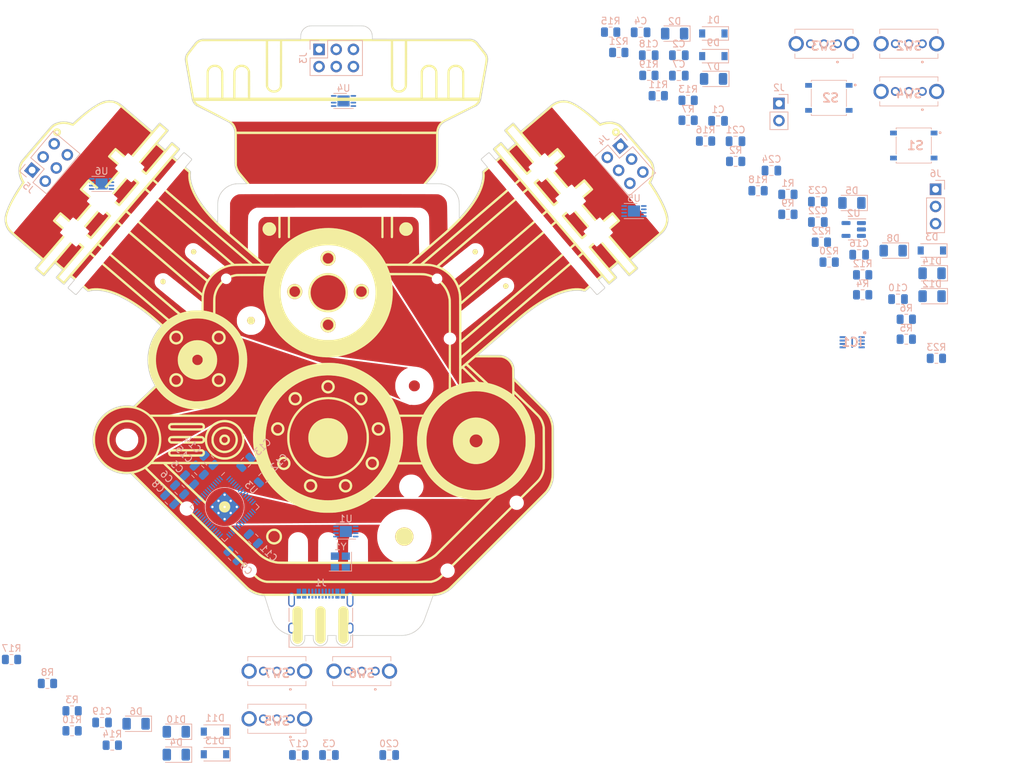
<source format=kicad_pcb>
(kicad_pcb (version 20211014) (generator pcbnew)
  (layers (0 "F.Cu" signal) (31 "B.Cu" signal) (34 "B.Paste" user) (35 "F.Paste" user) (36 "B.SilkS" user "B.Silkscreen") (37 "F.SilkS" user "F.Silkscreen") (38 "B.Mask" user) (39 "F.Mask" user) (44 "Edge.Cuts" user))
  (net 0 "")
  (net 1 "GND")
  (net 2 "RP1_v1")
  (net 3 "VBUS")
  (net 4 "+3V3")
  (net 5 "RP1_XTAL_IN")
  (net 6 "RP1_XTAL_OUT")
  (net 7 "Net-(D1-Pad2)")
  (net 8 "Net-(D2-Pad1)")
  (net 9 "Net-(D2-Pad2)")
  (net 10 "GLOBAL_Silent")
  (net 11 "Net-(D4-Pad2)")
  (net 12 "Net-(D5-Pad2)")
  (net 13 "Net-(D6-Pad2)")
  (net 14 "Net-(D7-Pad2)")
  (net 15 "Net-(D8-Pad2)")
  (net 16 "Net-(D10-Pad2)")
  (net 17 "Net-(D10-Pad1)")
  (net 18 "Net-(D11-Pad1)")
  (net 19 "Net-(D12-Pad1)")
  (net 20 "Net-(D13-Pad1)")
  (net 21 "Net-(D14-Pad1)")
  (net 22 "RP1_QSPI_CS")
  (net 23 "RP1_QSPI_SD1")
  (net 24 "RP1_QSPI_SD2")
  (net 25 "RP1_QSPI_SD0")
  (net 26 "RP1_QSPI_SCLK")
  (net 27 "RP1_QSPI_SD3")
  (net 28 "Net-(J1-PadA5)")
  (net 29 "Net-(J1-PadA6)")
  (net 30 "Net-(J1-PadA7)")
  (net 32 "Net-(J1-PadB5)")
  (net 34 "RP1_SWCLK")
  (net 35 "RP1_SWD")
  (net 38 "SAO1_TX")
  (net 39 "SAO1_RX")
  (net 42 "SAO2_TX")
  (net 43 "SAO2_RX")
  (net 46 "SAO3_TX")
  (net 47 "SAO3_RX")
  (net 48 "Net-(J6-Pad2)")
  (net 49 "Net-(J6-Pad3)")
  (net 50 "RUN")
  (net 51 "RP1_USB_D-")
  (net 52 "RP1_USB_D+")
  (net 53 "Net-(R9-Pad2)")
  (net 54 "~{RP1_USB_BOOT}")
  (net 55 "RP1_LED_1")
  (net 56 "RP1_LED_2")
  (net 57 "RP1_LED_3")
  (net 58 "RP1_LED_4")
  (net 59 "RP1_LED_5")
  (net 60 "Net-(R23-Pad2)")
  (net 65 "RP1_CAN_TX")
  (net 66 "RP1_CAN_RX")
  (footprint "engine:engine_DC31" (layer "F.Cu") (at 128.147638 92.691505)
    (fp_text reference "FID1" hide)
    (fp_text value "Fiducial" hide)
    (fp_line (start -27.761603 5.706183) (end -27.638096 6.192974) (layer "Edge.Cuts") (width 0.1))
    (fp_line (start -20.709141 -33.402043) (end -20.553596 -33.314193) (layer "Edge.Cuts") (width 0.1))
    (fp_line (start -35.821594 17.506004) (end -35.651578 17.970575) (layer "Edge.Cuts") (width 0.1))
    (fp_line (start -21.612993 -23.03882) (end -21.598523 -23.419161) (layer "Edge.Cuts") (width 0.1))
    (fp_line (start 19.654874 -43.283119) (end 5.267605 -43.283119) (layer "Edge.Cuts") (width 0.1))
    (fp_line (start 12.111979 43.920463) (end 12.300598 43.722025) (layer "Edge.Cuts") (width 0.1))
    (fp_line (start 38.374496 -5.548465) (end 38.419456 -5.504025) (layer "Edge.Cuts") (width 0.1))
    (fp_line (start -30.990354 10.943593) (end -31.507636 10.969443) (layer "Edge.Cuts") (width 0.1))
    (fp_line (start 38.473206 -5.486985) (end 38.485616 -5.486985) (layer "Edge.Cuts") (width 0.1))
    (fp_line (start -43.556503 -10.607038) (end -44.528539 -9.462403) (layer "Edge.Cuts") (width 0.1))
    (fp_line (start -27.906813 4.695906) (end -27.852033 5.206469) (layer "Edge.Cuts") (width 0.1))
    (fp_line (start 18.055166 -19.479932) (end 17.980756 -19.767254) (layer "Edge.Cuts") (width 0.1))
    (fp_line (start -21.427533 -25.48674) (end -21.443043 -25.54048) (layer "Edge.Cuts") (width 0.1))
    (fp_line (start 21.553658 -23.081271) (end 21.541248 -22.825472) (layer "Edge.Cuts") (width 0.1))
    (fp_line (start 12.772403 43.041445) (end 12.89436 42.78875) (layer "Edge.Cuts") (width 0.1))
    (fp_line (start 1.741533 46.149282) (end 1.872274 45.990635) (layer "Edge.Cuts") (width 0.1))
    (fp_line (start -27.619491 2.087273) (end -27.78744 2.761651) (layer "Edge.Cuts") (width 0.1))
    (fp_line (start -34.894 19.219599) (end -34.567405 19.57875) (layer "Edge.Cuts") (width 0.1))
    (fp_line (start -18.40128 -17.002998) (end -19.098394 -17.802952) (layer "Edge.Cuts") (width 0.1))
    (fp_line (start -19.890554 -43.273296) (end -20.061086 -43.242807) (layer "Edge.Cuts") (width 0.1))
    (fp_line (start -24.898686 -29.811017) (end -24.935376 -29.855977) (layer "Edge.Cuts") (width 0.1))
    (fp_line (start -32.893599 -5.532952) (end -32.103465 -5.198604) (layer "Edge.Cuts") (width 0.1))
    (fp_line (start 14.411974 -23.283851) (end 14.550986 -23.465238) (layer "Edge.Cuts") (width 0.1))
    (fp_line (start 21.365561 -25.486816) (end 21.374861 -25.422216) (layer "Edge.Cuts") (width 0.1))
    (fp_line (start 16.540531 -21.516504) (end 16.27853 -21.643112) (layer "Edge.Cuts") (width 0.1))
    (fp_line (start 15.005229 -24.731829) (end 15.015029 -24.957656) (layer "Edge.Cuts") (width 0.1))
    (fp_line (start -21.548893 -22.423354) (end -21.594893 -22.759766) (layer "Edge.Cuts") (width 0.1))
    (fp_line (start -33.653209 -34.192213) (end -34.05732 -34.155523) (layer "Edge.Cuts") (width 0.1))
    (fp_line (start -15.866015 -30.920019) (end -15.668612 -30.762922) (layer "Edge.Cuts") (width 0.1))
    (fp_line (start -21.335456 -34.23662) (end -21.273446 -34.070738) (layer "Edge.Cuts") (width 0.1))
    (fp_line (start -35.821594 14.502046) (end -35.946135 14.985737) (layer "Edge.Cuts") (width 0.1))
    (fp_line (start 4.589089 -44.965188) (end 4.327606 -45.106782) (layer "Edge.Cuts") (width 0.1))
    (fp_line (start -12.54906 38.57453) (end -12.195077 38.746096) (layer "Edge.Cuts") (width 0.1))
    (fp_line (start 48.692696 -17.946205) (end 48.484956 -18.456769) (layer "Edge.Cuts") (width 0.1))
    (fp_line (start 15.113226 -21.880834) (end 13.242532 -21.880834) (layer "Edge.Cuts") (width 0.1))
    (fp_line (start 31.907194 13.215806) (end 31.770251 12.831335) (layer "Edge.Cuts") (width 0.1))
    (fp_line (start -44.554893 -9.297563) (end -44.516136 -9.253123) (layer "Edge.Cuts") (width 0.1))
    (fp_line (start 21.328347 -21.745432) (end 21.173317 -21.284478) (layer "Edge.Cuts") (width 0.1))
    (fp_line (start -35.70377 -6.103419) (end -35.292425 -6.096219) (layer "Edge.Cuts") (width 0.1))
    (fp_line (start -22.631084 -26.44634) (end -22.682764 -26.40965) (layer "Edge.Cuts") (width 0.1))
    (fp_line (start 44.454667 -9.253188) (end 44.492907 -9.297628) (layer "Edge.Cuts") (width 0.1))
    (fp_line (start -33.250132 -34.171023) (end -33.653209 -34.192213) (layer "Edge.Cuts") (width 0.1))
    (fp_line (start -48.814592 -15.459983) (end -48.622872 -15.103415) (layer "Edge.Cuts") (width 0.1))
    (fp_line (start -36.77654 -32.683777) (end -37.308808 -32.269848) (layer "Edge.Cuts") (width 0.1))
    (fp_line (start 41.586622 -10.102232) (end 43.125031 -8.305439) (layer "Edge.Cuts") (width 0.1))
    (fp_line (start -36.040701 -6.081199) (end -35.70377 -6.103419) (layer "Edge.Cuts") (width 0.1))
    (fp_line (start -42.325568 -30.262213) (end -46.473127 -25.400484) (layer "Edge.Cuts") (width 0.1))
    (fp_line (start 10.715675 44.762271) (end 10.974059 44.667191) (layer "Edge.Cuts") (width 0.1))
    (fp_line (start 14.672425 -23.657991) (end 14.775779 -23.860046) (layer "Edge.Cuts") (width 0.1))
    (fp_line (start -3.436956 45.607712) (end -3.374426 45.808734) (layer "Edge.Cuts") (width 0.1))
    (fp_line (start 46.830273 -22.992938) (end 46.915533 -23.408419) (layer "Edge.Cuts") (width 0.1))
    (fp_line (start 32.005894 13.613716) (end 31.907194 13.215806) (layer "Edge.Cuts") (width 0.1))
    (fp_line (start 10.175658 44.892501) (end 10.449025 44.837721) (layer "Edge.Cuts") (width 0.1))
    (fp_line (start -17.587371 -18.877308) (end -17.587371 -16.157569) (layer "Edge.Cuts") (width 0.1))
    (fp_line (start -13.204322 38.13063) (end -12.885991 38.368858) (layer "Edge.Cuts") (width 0.1))
    (fp_line (start -20.902423 -20.525273) (end -21.15047 -21.079763) (layer "Edge.Cuts") (width 0.1))
    (fp_line (start 4.816982 -44.777086) (end 4.589089 -44.965188) (layer "Edge.Cuts") (width 0.1))
    (fp_line (start -34.456263 -34.059923) (end -34.842804 -33.904893) (layer "Edge.Cuts") (width 0.1))
    (fp_line (start 20.92219 -33.629494) (end 21.034847 -33.764886) (layer "Edge.Cuts") (width 0.1))
    (fp_line (start 25.094661 3.756931) (end 24.89829 3.661851) (layer "Edge.Cuts") (width 0.1))
    (fp_line (start 48.860643 -17.462515) (end 48.692696 -17.946205) (layer "Edge.Cuts") (width 0.1))
    (fp_line (start -28.16933 -2.721746) (end -26.990588 -1.75798) (layer "Edge.Cuts") (width 0.1))
    (fp_line (start 19.833158 -43.273299) (end 19.654874 -43.283119) (layer "Edge.Cuts") (width 0.1))
    (fp_line (start 46.946543 -23.832682) (end 46.918123 -24.255913) (layer "Edge.Cuts") (width 0.1))
    (fp_line (start -15.067104 -24.731753) (end -15.037654 -24.507477) (layer "Edge.Cuts") (width 0.1))
    (fp_line (start -30.501494 10.969443) (end -30.990354 10.943593) (layer "Edge.Cuts") (width 0.1))
    (fp_line (start 14.975769 -24.507553) (end 15.005229 -24.731829) (layer "Edge.Cuts") (width 0.1))
    (fp_line (start 35.980841 -6.077654) (end 36.244393 -6.039924) (layer "Edge.Cuts") (width 0.1))
    (fp_line (start -40.001157 -31.038911) (end -40.423354 -31.058551) (layer "Edge.Cuts") (width 0.1))
    (fp_line (start 26.941063 -1.757984) (end 28.113604 -2.717614) (layer "Edge.Cuts") (width 0.1))
    (fp_line (start -46.718074 -25.05115) (end -46.811092 -24.862014) (layer "Edge.Cuts") (width 0.1))
    (fp_line (start 39.615784 -6.42492) (end 39.628694 -6.48383) (layer "Edge.Cuts") (width 0.1))
    (fp_line (start 39.260725 -8.108545) (end 40.146978 -7.075014) (layer "Edge.Cuts") (width 0.1))
    (fp_line (start -48.299377 -18.992593) (end -48.546907 -18.456704) (layer "Edge.Cuts") (width 0.1))
    (fp_line (start 24.23467 -27.976046) (end 24.18403 -27.948136) (layer "Edge.Cuts") (width 0.1))
    (fp_line (start 33.995373 -34.155588) (end 33.591777 -34.192278) (layer "Edge.Cuts") (width 0.1))
    (fp_line (start 43.494569 -10.607103) (end 48.0235 -14.483876) (layer "Edge.Cuts") (width 0.1))
    (fp_line (start -14.612362 -23.465163) (end -14.473872 -23.283775) (layer "Edge.Cuts") (width 0.1))
    (fp_line (start 2.055204 45.392222) (end 2.055204 44.936951) (layer "Edge.Cuts") (width 0.1))
    (fp_line (start 46.823553 -24.665709) (end 46.749143 -24.862079) (layer "Edge.Cuts") (width 0.1))
    (fp_line (start 46.696947 -22.599164) (end 46.830273 -22.992938) (layer "Edge.Cuts") (width 0.1))
    (fp_line (start -36.303735 -6.041929) (end -36.040701 -6.081199) (layer "Edge.Cuts") (width 0.1))
    (fp_line (start -31.777868 -33.523517) (end -32.112215 -33.768464) (layer "Edge.Cuts") (width 0.1))
    (fp_line (start -9.188534 43.2864) (end -8.895013 43.671909) (layer "Edge.Cuts") (width 0.1))
    (fp_line (start -21.334956 -21.582058) (end -21.464663 -22.030093) (layer "Edge.Cuts") (width 0.1))
    (fp_line (start 18.100636 -19.183308) (end 18.055166 -19.479932) (layer "Edge.Cuts") (width 0.1))
    (fp_line (start -29.27004 -3.535652) (end -28.16933 -2.721746) (layer "Edge.Cuts") (width 0.1))
    (fp_line (start 46.915533 -23.408419) (end 46.946543 -23.832682) (layer "Edge.Cuts") (width 0.1))
    (fp_line (start 4.039253 -45.196699) (end 3.729193 -45.227705) (layer "Edge.Cuts") (width 0.1))
    (fp_line (start 48.996043 -16.600548) (end 48.960383 -17.03153) (layer "Edge.Cuts") (width 0.1))
    (fp_line (start -43.238175 -8.267134) (end -43.187015 -8.305374) (layer "Edge.Cuts") (width 0.1))
    (fp_line (start 42.26362 -30.262278) (end 42.113755 -30.416791) (layer "Edge.Cuts") (width 0.1))
    (fp_line (start -22.355008 -40.663114) (end -22.401518 -40.345303) (layer "Edge.Cuts") (width 0.1))
    (fp_line (start -34.842804 -33.904893) (end -35.296007 -33.665631) (layer "Edge.Cuts") (width 0.1))
    (fp_line (start 16.472445 38.368849) (end 16.793355 38.130621) (layer "Edge.Cuts") (width 0.1))
    (fp_line (start -33.818611 11.810731) (end -34.208252 12.102704) (layer "Edge.Cuts") (width 0.1))
    (fp_line (start -6.660007 45.990635) (end -6.529266 46.149282) (layer "Edge.Cuts") (width 0.1))
    (fp_line (start 0.395359 46.280023) (end 0.575194 46.378723) (layer "Edge.Cuts") (width 0.1))
    (fp_line (start -22.397918 -40.183556) (end -22.375188 -40.021808) (layer "Edge.Cuts") (width 0.1))
    (fp_line (start 24.910175 -0.010281) (end 26.941063 -1.757984) (layer "Edge.Cuts") (width 0.1))
    (fp_line (start 34.742155 -6.039384) (end 35.229983 -6.089514) (layer "Edge.Cuts") (width 0.1))
    (fp_line (start -41.838258 -30.672525) (end -42.012925 -30.553669) (layer "Edge.Cuts") (width 0.1))
    (fp_line (start 21.173317 -21.284478) (end 20.962994 -20.774946) (layer "Edge.Cuts") (width 0.1))
    (fp_line (start -15.076904 -29.412614) (end -15.076904 -24.957579) (layer "Edge.Cuts") (width 0.1))
    (fp_line (start 17.980756 -19.767254) (end 17.878953 -20.04269) (layer "Edge.Cuts") (width 0.1))
    (fp_line (start -27.261337 -29.646743) (end -31.777868 -33.523517) (layer "Edge.Cuts") (width 0.1))
    (fp_line (start 16.003096 -21.744914) (end 15.715775 -21.819324) (layer "Edge.Cuts") (width 0.1))
    (fp_line (start -3.778319 -45.227705) (end -4.088377 -45.196699) (layer "Edge.Cuts") (width 0.1))
    (fp_line (start -44.516136 -9.253123) (end -43.396305 -8.292974) (layer "Edge.Cuts") (width 0.1))
    (fp_line (start 0.009856 45.808734) (end 0.108556 45.990635) (layer "Edge.Cuts") (width 0.1))
    (fp_line (start 47.263324 -20.754309) (end 46.423579 -22.052942) (layer "Edge.Cuts") (width 0.1))
    (fp_line (start -21.443043 -25.54048) (end -21.476633 -25.58492) (layer "Edge.Cuts") (width 0.1))
    (fp_line (start -32.009932 11.046953) (end -32.494658 11.172009) (layer "Edge.Cuts") (width 0.1))
    (fp_line (start -24.889866 -29.698367) (end -24.882666 -29.755727) (layer "Edge.Cuts") (width 0.1))
    (fp_line (start 46.749143 -24.862079) (end 46.656643 -25.051215) (layer "Edge.Cuts") (width 0.1))
    (fp_line (start -49.056438 -16.641827) (end -49.033184 -16.235133) (layer "Edge.Cuts") (width 0.1))
    (fp_line (start 36.590108 -5.942254) (end 36.681058 -5.931904) (layer "Edge.Cuts") (width 0.1))
    (fp_line (start 15.408939 38.88303) (end 15.777913 38.746087) (layer "Edge.Cuts") (width 0.1))
    (fp_line (start -6.821237 45.607712) (end -6.758707 45.808734) (layer "Edge.Cuts") (width 0.1))
    (fp_line (start -38.547526 -5.48692) (end -38.535126 -5.48692) (layer "Edge.Cuts") (width 0.1))
    (fp_line (start 23.187162 -26.889801) (end 24.061012 -25.855753) (layer "Edge.Cuts") (width 0.1))
    (fp_line (start -8.17464 44.307015) (end -7.758646 44.547825) (layer "Edge.Cuts") (width 0.1))
    (fp_line (start 48.237943 -18.992658) (end 47.951135 -19.554381) (layer "Edge.Cuts") (width 0.1))
    (fp_line (start 24.023921 3.485121) (end 20.860801 3.485121) (layer "Edge.Cuts") (width 0.1))
    (fp_line (start 2.033504 45.607712) (end 2.055204 45.392222) (layer "Edge.Cuts") (width 0.1))
    (fp_line (start 18.116136 -18.877383) (end 18.100636 -19.183308) (layer "Edge.Cuts") (width 0.1))
    (fp_line (start -27.083607 7.565502) (end -26.842794 7.98977) (layer "Edge.Cuts") (width 0.1))
    (fp_line (start -17.587371 -16.157569) (end -18.40128 -17.002998) (layer "Edge.Cuts") (width 0.1))
    (fp_line (start 20.346491 -19.615325) (end 19.92533 -18.966783) (layer "Edge.Cuts") (width 0.1))
    (fp_line (start 15.777913 38.746087) (end 16.132929 38.574521) (layer "Edge.Cuts") (width 0.1))
    (fp_line (start -17.222546 -20.304613) (end -17.34967 -20.042615) (layer "Edge.Cuts") (width 0.1))
    (fp_line (start -20.225935 -43.193714) (end -20.384068 -43.126534) (layer "Edge.Cuts") (width 0.1))
    (fp_line (start -26.762694 0.231567) (end -27.103759 0.819133) (layer "Edge.Cuts") (width 0.1))
    (fp_line (start -16.702677 -20.997599) (end -16.8975 -20.783654) (layer "Edge.Cuts") (width 0.1))
    (fp_line (start 24.860979 -29.646752) (end 26.399391 -27.849959) (layer "Edge.Cuts") (width 0.1))
    (fp_line (start 48.440531 -14.93036) (end 48.60693 -15.180479) (layer "Edge.Cuts") (width 0.1))
    (fp_line (start -3.374426 45.808734) (end -3.275726 45.990635) (layer "Edge.Cuts") (width 0.1))
    (fp_line (start -1.641715 46.149282) (end -1.512005 45.990635) (layer "Edge.Cuts") (width 0.1))
    (fp_line (start -44.565746 -9.411763) (end -44.565746 -9.351823) (layer "Edge.Cuts") (width 0.1))
    (fp_line (start 16.793355 38.130621) (end 17.095147 37.859833) (layer "Edge.Cuts") (width 0.1))
    (fp_line (start 24.253884 3.497001) (end 24.023921 3.485121) (layer "Edge.Cuts") (width 0.1))
    (fp_line (start 21.034847 -33.764886) (end 21.131997 -33.912681) (layer "Edge.Cuts") (width 0.1))
    (fp_line (start 15.418632 -21.864804) (end 15.113226 -21.880834) (layer "Edge.Cuts") (width 0.1))
    (fp_line (start 40.323708 -7.022304) (end 40.368668 -7.050214) (layer "Edge.Cuts") (width 0.1))
    (fp_line (start -9.429347 42.861104) (end -9.188534 43.2864) (layer "Edge.Cuts") (width 0.1))
    (fp_line (start 20.481697 -43.041787) (end 20.331834 -43.126537) (layer "Edge.Cuts") (width 0.1))
    (fp_line (start -39.654923 -6.594875) (end -39.682313 -6.542675) (layer "Edge.Cuts") (width 0.1))
    (fp_line (start 30.228726 -4.2028) (end 31.171304 -4.751604) (layer "Edge.Cuts") (width 0.1))
    (fp_line (start -2.387924 46.462953) (end -2.176049 46.441253) (layer "Edge.Cuts") (width 0.1))
    (fp_line (start 36.433528 -5.997034) (end 36.590108 -5.942254) (layer "Edge.Cuts") (width 0.1))
    (fp_line (start -40.331885 -7.012939) (end -40.319484 -7.012939) (layer "Edge.Cuts") (width 0.1))
    (fp_line (start -3.458656 45.392222) (end -3.436956 45.607712) (layer "Edge.Cuts") (width 0.1))
    (fp_line (start 18.116136 -16.76071) (end 18.116136 -18.877383) (layer "Edge.Cuts") (width 0.1))
    (fp_line (start 20.65554 -33.402117) (end 20.795584 -33.508054) (layer "Edge.Cuts") (width 0.1))
    (fp_line (start 22.288505 -24.329776) (end 21.562448 -23.714308) (layer "Edge.Cuts") (width 0.1))
    (fp_line (start 21.536088 -23.430087) (end 21.553658 -23.081271) (layer "Edge.Cuts") (width 0.1))
    (fp_line (start 39.628694 -6.48383) (end 39.620394 -6.54274) (layer "Edge.Cuts") (width 0.1))
    (fp_line (start 46.543986 -25.23105) (end 46.411178 -25.400549) (layer "Edge.Cuts") (width 0.1))
    (fp_line (start -32.103465 -5.198604) (end -31.236333 -4.761935) (layer "Edge.Cuts") (width 0.1))
    (fp_line (start -4.638215 -44.965188) (end -4.866111 -44.777086) (layer "Edge.Cuts") (width 0.1))
    (fp_line (start -5.183092 46.280023) (end -5.025996 46.149282) (layer "Edge.Cuts") (width 0.1))
    (fp_line (start -21.273446 -34.070738) (end -21.192836 -33.912608) (layer "Edge.Cuts") (width 0.1))
    (fp_line (start 34.394314 -34.059988) (end 33.995373 -34.155588) (layer "Edge.Cuts") (width 0.1))
    (fp_line (start -26.370986 -0.320854) (end -26.762694 0.231567) (layer "Edge.Cuts") (width 0.1))
    (fp_line (start 20.690143 -20.218389) (end 20.346491 -19.615325) (layer "Edge.Cuts") (width 0.1))
    (fp_line (start 36.244393 -6.039924) (end 36.433528 -5.997034) (layer "Edge.Cuts") (width 0.1))
    (fp_line (start 35.642876 -6.098314) (end 35.980841 -6.077654) (layer "Edge.Cuts") (width 0.1))
    (fp_line (start 20.620709 -42.940501) (end 20.481697 -43.041787) (layer "Edge.Cuts") (width 0.1))
    (fp_line (start -15.350284 -30.378966) (end -15.233494 -30.15779) (layer "Edge.Cuts") (width 0.1))
    (fp_line (start 15.611907 -30.768163) (end 15.812414 -30.928361) (layer "Edge.Cuts") (width 0.1))
    (fp_line (start -49.033184 -16.235133) (end -48.951535 -15.839287) (layer "Edge.Cuts") (width 0.1))
    (fp_line (start 36.714591 -32.683842) (end 36.201445 -33.054363) (layer "Edge.Cuts") (width 0.1))
    (fp_line (start -44.528539 -9.462403) (end -44.565746 -9.411763) (layer "Edge.Cuts") (width 0.1))
    (fp_line (start -6.370619 46.280023) (end -6.188718 46.378723) (layer "Edge.Cuts") (width 0.1))
    (fp_line (start -44.565746 -9.351823) (end -44.554893 -9.297563) (layer "Edge.Cuts") (width 0.1))
    (fp_line (start -34.806149 -6.047649) (end -34.244424 -5.945329) (layer "Edge.Cuts") (width 0.1))
    (fp_line (start -39.682313 -6.542675) (end -39.690613 -6.483765) (layer "Edge.Cuts") (width 0.1))
    (fp_line (start -48.546907 -18.456704) (end -48.754647 -17.94614) (layer "Edge.Cuts") (width 0.1))
    (fp_line (start -24.296645 -27.975971) (end -24.356585 -27.985271) (layer "Edge.Cuts") (width 0.1))
    (fp_line (start -46.758898 -22.599099) (end -46.584232 -22.237363) (layer "Edge.Cuts") (width 0.1))
    (fp_line (start 22.570657 -26.446416) (end 22.514847 -26.461916) (layer "Edge.Cuts") (width 0.1))
    (fp_line (start -35.292425 -6.096219) (end -34.806149 -6.047649) (layer "Edge.Cuts") (width 0.1))
    (fp_line (start 21.505078 -22.516962) (end 21.436868 -22.156259) (layer "Edge.Cuts") (width 0.1))
    (fp_line (start 44.479007 -9.462468) (end 43.494569 -10.607103) (layer "Edge.Cuts") (width 0.1))
    (fp_line (start 5.236598 -43.999353) (end 5.14668 -44.288225) (layer "Edge.Cuts") (width 0.1))
    (fp_line (start -41.454817 -8.056807) (end -41.462567 -7.999447) (layer "Edge.Cuts") (width 0.1))
    (fp_line (start 12.99668 42.52468) (end 14.239499 39.078371) (layer "Edge.Cuts") (width 0.1))
    (fp_line (start 23.154092 -26.941481) (end 23.187162 -26.889801) (layer "Edge.Cuts") (width 0.1))
    (fp_line (start 0.772597 46.441253) (end 0.984472 46.462953) (layer "Edge.Cuts") (width 0.1))
    (fp_line (start 41.776308 -30.67259) (end 41.591825 -30.77491) (layer "Edge.Cuts") (width 0.1))
    (fp_line (start -21.476633 -25.58492) (end -22.461074 -26.42208) (layer "Edge.Cuts") (width 0.1))
    (fp_line (start -4.088377 -45.196699) (end -4.376733 -45.106782) (layer "Edge.Cuts") (width 0.1))
    (fp_line (start -21.378346 -34.409736) (end -21.335456 -34.23662) (layer "Edge.Cuts") (width 0.1))
    (fp_line (start 15.289962 -30.380589) (end 15.437242 -30.584712) (layer "Edge.Cuts") (width 0.1))
    (fp_line (start -39.642553 -6.373175) (end -38.658114 -5.52413) (layer "Edge.Cuts") (width 0.1))
    (fp_line (start -31.507636 10.969443) (end -32.009932 11.046953) (layer "Edge.Cuts") (width 0.1))
    (fp_line (start 21.316487 -34.40981) (end 22.32573 -40.021881) (layer "Edge.Cuts") (width 0.1))
    (fp_line (start 12.300598 43.722025) (end 12.474747 43.509118) (layer "Edge.Cuts") (width 0.1))
    (fp_line (start 43.125031 -8.305439) (end 43.176191 -8.267199) (layer "Edge.Cuts") (width 0.1))
    (fp_line (start -37.308808 -32.269848) (end -37.859163 -31.81406) (layer "Edge.Cuts") (width 0.1))
    (fp_line (start 43.289881 -8.265649) (end 43.334321 -8.293039) (layer "Edge.Cuts") (width 0.1))
    (fp_line (start 38.95322 -30.779044) (end 38.366173 -31.316997) (layer "Edge.Cuts") (width 0.1))
    (fp_line (start -32.959231 11.34254) (end -33.401582 11.556485) (layer "Edge.Cuts") (width 0.1))
    (fp_line (start 15.0286 38.984831) (end 15.408939 38.88303) (layer "Edge.Cuts") (width 0.1))
    (fp_line (start 31.770251 22.731009) (end 31.907194 22.345503) (layer "Edge.Cuts") (width 0.1))
    (fp_line (start -38.756268 -7.640805) (end -39.654923 -6.594875) (layer "Edge.Cuts") (width 0.1))
    (fp_line (start -15.076904 -24.957579) (end -15.067104 -24.731753) (layer "Edge.Cuts") (width 0.1))
    (fp_line (start 41.199601 -30.930456) (end 40.785153 -31.023476) (layer "Edge.Cuts") (width 0.1))
    (fp_line (start -22.375188 -40.021808) (end -21.378346 -34.409736) (layer "Edge.Cuts") (width 0.1))
    (fp_line (start -6.529266 46.149282) (end -6.370619 46.280023) (layer "Edge.Cuts") (width 0.1))
    (fp_line (start -46.811092 -24.862014) (end -46.884989 -24.665643) (layer "Edge.Cuts") (width 0.1))
    (fp_line (start -24.411875 -27.968221) (end -24.467665 -27.923791) (layer "Edge.Cuts") (width 0.1))
    (fp_line (start 25.279558 -26.902211) (end 24.40571 -27.923856) (layer "Edge.Cuts") (width 0.1))
    (fp_line (start -12.885991 38.368858) (end -12.54906 38.57453) (layer "Edge.Cuts") (width 0.1))
    (fp_line (start -31.507636 21.03396) (end -30.990354 21.06031) (layer "Edge.Cuts") (width 0.1))
    (fp_line (start 17.427817 -20.78373) (end 17.233515 -20.997675) (layer "Edge.Cuts") (width 0.1))
    (fp_line (start -15.496011 -30.581538) (end -15.350284 -30.378966) (layer "Edge.Cuts") (width 0.1))
    (fp_line (start -32.494658 11.172009) (end -32.959231 11.34254) (layer "Edge.Cuts") (width 0.1))
    (fp_line (start -35.946135 17.021277) (end -35.821594 17.506004) (layer "Edge.Cuts") (width 0.1))
    (fp_line (start -4.713879 44.936951) (end -3.458656 44.936951) (layer "Edge.Cuts") (width 0.1))
    (fp_line (start 25.994866 4.660237) (end 25.883243 4.475754) (layer "Edge.Cuts") (width 0.1))
    (fp_line (start -16.007629 -21.516428) (end -16.256192 -21.365018) (layer "Edge.Cuts") (width 0.1))
    (fp_line (start 39.150107 -30.852944) (end 38.95322 -30.779044) (layer "Edge.Cuts") (width 0.1))
    (fp_line (start -1.978127 46.378723) (end -1.798811 46.280023) (layer "Edge.Cuts") (width 0.1))
    (fp_line (start -5.988214 46.441253) (end -5.772203 46.462953) (layer "Edge.Cuts") (width 0.1))
    (fp_line (start 48.960383 -17.03153) (end 48.860643 -17.462515) (layer "Edge.Cuts") (width 0.1))
    (fp_line (start -30.292202 -4.212099) (end -29.27004 -3.535652) (layer "Edge.Cuts") (width 0.1))
    (fp_line (start 44.503757 -9.351888) (end 44.505357 -9.411828) (layer "Edge.Cuts") (width 0.1))
    (fp_line (start -20.922535 -42.692452) (end -22.06717 -41.240341) (layer "Edge.Cuts") (width 0.1))
    (fp_line (start 36.201445 -33.054363) (end 35.707933 -33.381992) (layer "Edge.Cuts") (width 0.1))
    (fp_line (start 10.974059 44.667191) (end 11.223656 44.552984) (layer "Edge.Cuts") (width 0.1))
    (fp_line (start -36.263392 -33.054297) (end -36.77654 -32.683777) (layer "Edge.Cuts") (width 0.1))
    (fp_line (start 37.246858 -32.269913) (end 36.714591 -32.683842) (layer "Edge.Cuts") (width 0.1))
    (fp_line (start 48.932493 -16.008852) (end 48.980033 -16.302376) (layer "Edge.Cuts") (width 0.1))
    (fp_line (start 13.242532 -21.880834) (end 14.411974 -23.283851) (layer "Edge.Cuts") (width 0.1))
    (fp_line (start 25.99326 -30.815676) (end 24.873429 -29.856042) (layer "Edge.Cuts") (width 0.1))
    (fp_line (start -21.576363 -23.643432) (end -21.624423 -23.714232) (layer "Edge.Cuts") (width 0.1))
    (fp_line (start -40.43007 -7.050149) (end -40.385628 -7.022239) (layer "Edge.Cuts") (width 0.1))
    (fp_line (start 40.785153 -31.023476) (end 40.361406 -31.058616) (layer "Edge.Cuts") (width 0.1))
    (fp_line (start 20.795584 -33.508054) (end 20.92219 -33.629494) (layer "Edge.Cuts") (width 0.1))
    (fp_line (start -6.842937 44.850649) (end -6.842937 45.392222) (layer "Edge.Cuts") (width 0.1))
    (fp_line (start 20.860801 3.485121) (end 24.910175 -0.010281) (layer "Edge.Cuts") (width 0.1))
    (fp_line (start 46.656643 -25.051215) (end 46.543986 -25.23105) (layer "Edge.Cuts") (width 0.1))
    (fp_line (start -21.624423 -23.714232) (end -22.350477 -24.3297) (layer "Edge.Cuts") (width 0.1))
    (fp_line (start -22.350477 -24.3297) (end -21.464223 -25.37615) (layer "Edge.Cuts") (width 0.1))
    (fp_line (start -14.922934 -24.069776) (end -14.837674 -23.859969) (layer "Edge.Cuts") (width 0.1))
    (fp_line (start 31.171304 -4.751604) (end 32.036888 -5.187754) (layer "Edge.Cuts") (width 0.1))
    (fp_line (start 21.273597 -34.236693) (end 21.316487 -34.40981) (layer "Edge.Cuts") (width 0.1))
    (fp_line (start 0.575194 46.378723) (end 0.772597 46.441253) (layer "Edge.Cuts") (width 0.1))
    (fp_line (start -43.29812 -8.256284) (end -43.238175 -8.267134) (layer "Edge.Cuts") (width 0.1))
    (fp_line (start 11.908372 44.103917) (end 12.111979 43.920463) (layer "Edge.Cuts") (width 0.1))
    (fp_line (start -48.951535 -15.839287) (end -48.814592 -15.459983) (layer "Edge.Cuts") (width 0.1))
    (fp_line (start -15.178737 -21.819248) (end -15.467091 -21.744838) (layer "Edge.Cuts") (width 0.1))
    (fp_line (start -25.340999 -26.902146) (end -26.461347 -27.849894) (layer "Edge.Cuts") (width 0.1))
    (fp_line (start -20.534447 -43.041785) (end -20.675523 -42.940499) (layer "Edge.Cuts") (width 0.1))
    (fp_line (start -16.8975 -20.783654) (end -17.071651 -20.55266) (layer "Edge.Cuts") (width 0.1))
    (fp_line (start -2.804437 46.378723) (end -2.603414 46.441253) (layer "Edge.Cuts") (width 0.1))
    (fp_line (start 43.236131 -8.256349) (end 43.289881 -8.265649) (layer "Edge.Cuts") (width 0.1))
    (fp_line (start -21.192836 -33.912608) (end -21.095166 -33.764813) (layer "Edge.Cuts") (width 0.1))
    (fp_line (start -42.175706 -30.416726) (end -42.325568 -30.262213) (layer "Edge.Cuts") (width 0.1))
    (fp_line (start 10.449025 44.837721) (end 10.715675 44.762271) (layer "Edge.Cuts") (width 0.1))
    (fp_line (start 39.939208 -31.038976) (end 39.53148 -30.969216) (layer "Edge.Cuts") (width 0.1))
    (fp_line (start -5.053696 -44.549192) (end -5.195806 -44.288225) (layer "Edge.Cuts") (width 0.1))
    (fp_line (start -48.013089 -19.554316) (end -48.299377 -18.992593) (layer "Edge.Cuts") (width 0.1))
    (fp_line (start 46.522279 -22.237428) (end 46.696947 -22.599164) (layer "Edge.Cuts") (width 0.1))
    (fp_line (start 4.327606 -45.106782) (end 4.039253 -45.196699) (layer "Edge.Cuts") (width 0.1))
    (fp_line (start -14.989594 -24.286301) (end -14.922934 -24.069776) (layer "Edge.Cuts") (width 0.1))
    (fp_line (start 32.79286 -34.093058) (end 32.411484 -33.958699) (layer "Edge.Cuts") (width 0.1))
    (fp_line (start 31.770251 12.831335) (end 31.595586 12.461844) (layer "Edge.Cuts") (width 0.1))
    (fp_line (start 15.015029 -24.957656) (end 15.015029 -29.412687) (layer "Edge.Cuts") (width 0.1))
    (fp_line (start 39.620394 -6.54274) (end 39.593004 -6.59494) (layer "Edge.Cuts") (width 0.1))
    (fp_line (start 11.691847 44.270832) (end 11.908372 44.103917) (layer "Edge.Cuts") (width 0.1))
    (fp_line (start 11.223656 44.552984) (end 11.463435 44.420692) (layer "Edge.Cuts") (width 0.1))
    (fp_line (start 39.593004 -6.59494) (end 38.694352 -7.64087) (layer "Edge.Cuts") (width 0.1))
    (fp_line (start -22.06717 -41.240341) (end -22.241838 -40.964905) (layer "Edge.Cuts") (width 0.1))
    (fp_line (start -34.05732 -34.155523) (end -34.456263 -34.059923) (layer "Edge.Cuts") (width 0.1))
    (fp_line (start -8.5555 44.014007) (end -8.17464 44.307015) (layer "Edge.Cuts") (width 0.1))
    (fp_line (start -22.572174 -26.46184) (end -22.631084 -26.44634) (layer "Edge.Cuts") (width 0.1))
    (fp_line (start 20.331834 -43.126537) (end 20.173187 -43.193717) (layer "Edge.Cuts") (width 0.1))
    (fp_line (start -1.512005 45.990635) (end -1.413305 45.808734) (layer "Edge.Cuts") (width 0.1))
    (fp_line (start -48.379475 -14.775784) (end -48.085436 -14.483811) (layer "Edge.Cuts") (width 0.1))
    (fp_line (start 36.762188 -5.967044) (end 37.47636 -6.594916) (layer "Edge.Cuts") (width 0.1))
    (fp_line (start 20.861004 -42.692453) (end 20.747833 -42.824229) (layer "Edge.Cuts") (width 0.1))
    (fp_line (start -20.553596 -33.314193) (end -16.086159 -31.049727) (layer "Edge.Cuts") (width 0.1))
    (fp_line (start 31.384745 23.454996) (end 31.595586 23.101529) (layer "Edge.Cuts") (width 0.1))
    (fp_line (start 16.036174 -31.062203) (end 20.504127 -33.314267) (layer "Edge.Cuts") (width 0.1))
    (fp_line (start 12.632359 43.281743) (end 12.772403 43.041445) (layer "Edge.Cuts") (width 0.1))
    (fp_line (start 12.474747 43.509118) (end 12.632359 43.281743) (layer "Edge.Cuts") (width 0.1))
    (fp_line (start -48.085436 -14.483811) (end -43.556503 -10.607038) (layer "Edge.Cuts") (width 0.1))
    (fp_line (start -23.208869 -26.998765) (end -23.224879 -27.054055) (layer "Edge.Cuts") (width 0.1))
    (fp_line (start 26.163846 5.061247) (end 26.088916 4.856092) (layer "Edge.Cuts") (width 0.1))
    (fp_line (start -3.275726 45.990635) (end -3.144984 46.149282) (layer "Edge.Cuts") (width 0.1))
    (fp_line (start -46.473127 -25.400484) (end -46.605936 -25.230985) (layer "Edge.Cuts") (width 0.1))
    (fp_line (start 9.896088 44.925571) (end 10.175658 44.892501) (layer "Edge.Cuts") (width 0.1))
    (fp_line (start -47.324757 -20.754244) (end -47.688043 -20.141879) (layer "Edge.Cuts") (width 0.1))
    (fp_line (start -4.376733 -45.106782) (end -4.638215 -44.965188) (layer "Edge.Cuts") (width 0.1))
    (fp_line (start -39.677693 -6.424855) (end -39.642553 -6.373175) (layer "Edge.Cuts") (width 0.1))
    (fp_line (start -5.316736 -43.689294) (end -5.316736 -43.283116) (layer "Edge.Cuts") (width 0.1))
    (fp_line (start 18.817901 -17.538445) (end 18.116136 -16.76071) (layer "Edge.Cuts") (width 0.1))
    (fp_line (start -17.071651 -20.55266) (end -17.222546 -20.304613) (layer "Edge.Cuts") (width 0.1))
    (fp_line (start -21.436833 -25.42214) (end -21.427533 -25.48674) (layer "Edge.Cuts") (width 0.1))
    (fp_line (start -48.922596 -17.46245) (end -49.020264 -17.053169) (layer "Edge.Cuts") (width 0.1))
    (fp_line (start -36.492871 -5.997999) (end -36.303735 -6.041929) (layer "Edge.Cuts") (width 0.1))
    (fp_line (start 17.600934 -20.552735) (end 17.427817 -20.78373) (layer "Edge.Cuts") (width 0.1))
    (fp_line (start 31.595586 12.461844) (end 31.384745 12.110962) (layer "Edge.Cuts") (width 0.1))
    (fp_line (start -43.351863 -8.265584) (end -43.29812 -8.256284) (layer "Edge.Cuts") (width 0.1))
    (fp_line (start -27.852033 5.206469) (end -27.761603 5.706183) (layer "Edge.Cuts") (width 0.1))
    (fp_line (start -37.859163 -31.81406) (end -38.428122 -31.316932) (layer "Edge.Cuts") (width 0.1))
    (fp_line (start 44.505357 -9.411828) (end 44.479007 -9.462468) (layer "Edge.Cuts") (width 0.1))
    (fp_line (start 39.580644 -6.37324) (end 39.615784 -6.42492) (layer "Edge.Cuts") (width 0.1))
    (fp_line (start 41.387726 -7.944222) (end 41.400636 -7.999512) (layer "Edge.Cuts") (width 0.1))
    (fp_line (start -22.682764 -26.40965) (end -23.569017 -25.376119) (layer "Edge.Cuts") (width 0.1))
    (fp_line (start -36.652035 -5.942189) (end -36.492871 -5.997999) (layer "Edge.Cuts") (width 0.1))
    (fp_line (start 39.53148 -30.969216) (end 39.150107 -30.852944) (layer "Edge.Cuts") (width 0.1))
    (fp_line (start 23.162902 -27.054131) (end 23.146892 -26.998841) (layer "Edge.Cuts") (width 0.1))
    (fp_line (start 31.137214 23.788313) (end 31.384745 23.454996) (layer "Edge.Cuts") (width 0.1))
    (fp_line (start -35.438154 18.412927) (end -35.184939 18.829958) (layer "Edge.Cuts") (width 0.1))
    (fp_line (start -23.261049 -27.099015) (end -24.246005 -27.948061) (layer "Edge.Cuts") (width 0.1))
    (fp_line (start -5.285726 -43.999353) (end -5.316736 -43.689294) (layer "Edge.Cuts") (width 0.1))
    (fp_line (start -9.612286 42.4017) (end -9.429347 42.861104) (layer "Edge.Cuts") (width 0.1))
    (fp_line (start -17.34967 -20.042615) (end -17.451471 -19.767178) (layer "Edge.Cuts") (width 0.1))
    (fp_line (start -26.990588 -1.75798) (end -25.932252 -0.835037) (layer "Edge.Cuts") (width 0.1))
    (fp_line (start 14.550986 -23.465238) (end 14.672425 -23.657991) (layer "Edge.Cuts") (width 0.1))
    (fp_line (start 31.716437 -33.523582) (end 27.199388 -29.646808) (layer "Edge.Cuts") (width 0.1))
    (fp_line (start 15.812414 -30.928361) (end 16.036174 -31.062203) (layer "Edge.Cuts") (width 0.1))
    (fp_line (start -20.80523 -42.824227) (end -20.922535 -42.692452) (layer "Edge.Cuts") (width 0.1))
    (fp_line (start 44.492907 -9.297628) (end 44.503757 -9.351888) (layer "Edge.Cuts") (width 0.1))
    (fp_line (start 1.872274 45.990635) (end 1.970974 45.808734) (layer "Edge.Cuts") (width 0.1))
    (fp_line (start 1.970974 45.808734) (end 2.033504 45.607712) (layer "Edge.Cuts") (width 0.1))
    (fp_line (start -15.095004 -29.67203) (end -15.076904 -29.412614) (layer "Edge.Cuts") (width 0.1))
    (fp_line (start 0.984472 46.462953) (end 1.199962 46.441253) (layer "Edge.Cuts") (width 0.1))
    (fp_line (start 21.562448 -23.714308) (end 21.519558 -23.643508) (layer "Edge.Cuts") (width 0.1))
    (fp_line (start -15.037654 -24.507477) (end -14.989594 -24.286301) (layer "Edge.Cuts") (width 0.1))
    (fp_line (start 19.418383 -18.274317) (end 18.817901 -17.538445) (layer "Edge.Cuts") (width 0.1))
    (fp_line (start -46.48553 -22.052877) (end -47.324757 -20.754244) (layer "Edge.Cuts") (width 0.1))
    (fp_line (start 24.18403 -27.948136) (end 23.199592 -27.099091) (layer "Edge.Cuts") (width 0.1))
    (fp_line (start -41.653773 -30.774845) (end -41.838258 -30.672525) (layer "Edge.Cuts") (width 0.1))
    (fp_line (start 33.591777 -34.192278) (end 33.1887 -34.171088) (layer "Edge.Cuts") (width 0.1))
    (fp_line (start -35.438154 13.596155) (end -35.651578 14.037991) (layer "Edge.Cuts") (width 0.1))
    (fp_line (start 41.365446 -8.108552) (end 40.479192 -9.154487) (layer "Edge.Cuts") (width 0.1))
    (fp_line (start 38.419456 -5.504025) (end 38.473206 -5.486985) (layer "Edge.Cuts") (width 0.1))
    (fp_line (start -5.560849 46.441253) (end -5.362927 46.378723) (layer "Edge.Cuts") (width 0.1))
    (fp_line (start -20.061086 -43.242807) (end -20.225935 -43.193714) (layer "Edge.Cuts") (width 0.1))
    (fp_line (start 21.381061 -25.540556) (end 21.365561 -25.486816) (layer "Edge.Cuts") (width 0.1))
    (fp_line (start 41.950975 -30.553734) (end 41.776308 -30.67259) (layer "Edge.Cuts") (width 0.1))
    (fp_line (start 22.34692 -40.345377) (end 22.301229 -40.663116) (layer "Edge.Cuts") (width 0.1))
    (fp_line (start -5.025996 46.149282) (end -4.896289 45.990635) (layer "Edge.Cuts") (width 0.1))
    (fp_line (start -6.842937 45.392222) (end -6.821237 45.607712) (layer "Edge.Cuts") (width 0.1))
    (fp_line (start -46.97749 -23.408354) (end -46.892224 -22.992873) (layer "Edge.Cuts") (width 0.1))
    (fp_line (start 19.92533 -18.966783) (end 19.418383 -18.274317) (layer "Edge.Cuts") (width 0.1))
    (fp_line (start -40.528774 -9.154422) (end -41.427428 -8.108487) (layer "Edge.Cuts") (width 0.1))
    (fp_line (start -47.008496 -23.832617) (end -46.97749 -23.408354) (layer "Edge.Cuts") (width 0.1))
    (fp_line (start 21.541248 -22.825472) (end 21.505078 -22.516962) (layer "Edge.Cuts") (width 0.1))
    (fp_line (start 16.132929 38.574521) (end 16.472445 38.368849) (layer "Edge.Cuts") (width 0.1))
    (fp_line (start -35.769881 -33.381927) (end -36.263392 -33.054297) (layer "Edge.Cuts") (width 0.1))
    (fp_line (start -33.401582 20.450017) (end -32.959231 20.662925) (layer "Edge.Cuts") (width 0.1))
    (fp_line (start 21.436868 -22.156259) (end 21.328347 -21.745432) (layer "Edge.Cuts") (width 0.1))
    (fp_line (start -20.384068 -43.126534) (end -20.534447 -43.041785) (layer "Edge.Cuts") (width 0.1))
    (fp_line (start -30.030721 11.041783) (end -30.501494 10.969443) (layer "Edge.Cuts") (width 0.1))
    (fp_line (start 15.033129 -29.672104) (end 15.086359 -29.921701) (layer "Edge.Cuts") (width 0.1))
    (fp_line (start -46.584232 -22.237363) (end -46.48553 -22.052877) (layer "Edge.Cuts") (width 0.1))
    (fp_line (start 25.610392 4.143471) (end 25.451229 3.998776) (layer "Edge.Cuts") (width 0.1))
    (fp_line (start -19.716406 -43.283116) (end -19.890554 -43.273296) (layer "Edge.Cuts") (width 0.1))
    (fp_line (start 11.463435 44.420692) (end 11.691847 44.270832) (layer "Edge.Cuts") (width 0.1))
    (fp_line (start -14.473872 -23.283775) (end -13.304429 -21.880758) (layer "Edge.Cuts") (width 0.1))
    (fp_line (start -15.233494 -30.15779) (end -15.147714 -29.921111) (layer "Edge.Cuts") (width 0.1))
    (fp_line (start -36.736265 -5.931839) (end -36.652035 -5.942189) (layer "Edge.Cuts") (width 0.1))
    (fp_line (start -32.009932 20.95748) (end -31.507636 21.03396) (layer "Edge.Cuts") (width 0.1))
    (fp_line (start -17.571871 -19.183232) (end -17.587371 -18.877308) (layer "Edge.Cuts") (width 0.1))
    (fp_line (start -2.603414 46.441253) (end -2.387924 46.462953) (layer "Edge.Cuts") (width 0.1))
    (fp_line (start -27.925933 4.174488) (end -27.906813 4.695906) (layer "Edge.Cuts") (width 0.1))
    (fp_line (start 33.54119 -5.768083) (end 34.179397 -5.93603) (layer "Edge.Cuts") (width 0.1))
    (fp_line (start 38.694352 -7.64087) (end 39.260725 -8.108545) (layer "Edge.Cuts") (width 0.1))
    (fp_line (start -35.184939 18.829958) (end -34.894 19.219599) (layer "Edge.Cuts") (width 0.1))
    (fp_line (start 26.218626 5.275705) (end 26.163846 5.061247) (layer "Edge.Cuts") (width 0.1))
    (fp_line (start -2.176049 46.441253) (end -1.978127 46.378723) (layer "Edge.Cuts") (width 0.1))
    (fp_line (start -1.413305 45.808734) (end -1.351295 45.607712) (layer "Edge.Cuts") (width 0.1))
    (fp_line (start -0.073854 45.392222) (end -0.052154 45.607712) (layer "Edge.Cuts") (width 0.1))
    (fp_line (start 38.366173 -31.316997) (end 37.797216 -31.814125) (layer "Edge.Cuts") (width 0.1))
    (fp_line (start 24.3499 -27.968296) (end 24.29461 -27.985346) (layer "Edge.Cuts") (width 0.1))
    (fp_line (start -26.461347 -27.849894) (end -24.922936 -29.646687) (layer "Edge.Cuts") (width 0.1))
    (fp_line (start -40.319484 -7.012939) (end -40.254888 -7.034639) (layer "Edge.Cuts") (width 0.1))
    (fp_line (start 35.234059 -33.665696) (end 34.780854 -33.904959) (layer "Edge.Cuts") (width 0.1))
    (fp_line (start 12.89436 42.78875) (end 12.99668 42.52468) (layer "Edge.Cuts") (width 0.1))
    (fp_line (start -27.297548 7.123669) (end -27.083607 7.565502) (layer "Edge.Cuts") (width 0.1))
    (fp_line (start -23.249139 -26.889725) (end -23.216069 -26.941405) (layer "Edge.Cuts") (width 0.1))
    (fp_line (start 32.036888 -5.187754) (end 32.827024 -5.522102) (layer "Edge.Cuts") (width 0.1))
    (fp_line (start 42.113755 -30.416791) (end 41.950975 -30.553734) (layer "Edge.Cuts") (width 0.1))
    (fp_line (start -19.688541 -18.556393) (end -20.179984 -19.262297) (layer "Edge.Cuts") (width 0.1))
    (fp_line (start -2.986338 46.280023) (end -2.804437 46.378723) (layer "Edge.Cuts") (width 0.1))
    (fp_line (start 0.238263 46.149282) (end 0.395359 46.280023) (layer "Edge.Cuts") (width 0.1))
    (fp_line (start 16.27853 -21.643112) (end 16.003096 -21.744914) (layer "Edge.Cuts") (width 0.1))
    (fp_line (start 28.113604 -2.717614) (end 29.209664 -3.528938) (layer "Edge.Cuts") (width 0.1))
    (fp_line (start -34.567405 12.429817) (end -34.894 12.789486) (layer "Edge.Cuts") (width 0.1))
    (fp_line (start 48.853943 -15.722047) (end 48.932493 -16.008852) (layer "Edge.Cuts") (width 0.1))
    (fp_line (start -5.772203 46.462953) (end -5.560849 46.441253) (layer "Edge.Cuts") (width 0.1))
    (fp_line (start 35.707933 -33.381992) (end 35.234059 -33.665696) (layer "Edge.Cuts") (width 0.1))
    (fp_line (start 32.050267 -33.768529) (end 31.716437 -33.523582) (layer "Edge.Cuts") (width 0.1))
    (fp_line (start -35.184939 13.179127) (end -35.438154 13.596155) (layer "Edge.Cuts") (width 0.1))
    (fp_line (start -34.208252 12.102704) (end -34.567405 12.429817) (layer "Edge.Cuts") (width 0.1))
    (fp_line (start 46.411178 -25.400549) (end 42.26362 -30.262278) (layer "Edge.Cuts") (width 0.1))
    (fp_line (start 1.582886 46.280023) (end 1.741533 46.149282) (layer "Edge.Cuts") (width 0.1))
    (fp_line (start -40.423354 -31.058551) (end -40.847102 -31.023411) (layer "Edge.Cuts") (width 0.1))
    (fp_line (start -32.854807 -34.092993) (end -33.250132 -34.171023) (layer "Edge.Cuts") (width 0.1))
    (fp_line (start -35.296007 -33.665631) (end -35.769881 -33.381927) (layer "Edge.Cuts") (width 0.1))
    (fp_line (start 30.854544 24.100437) (end 31.137214 23.788313) (layer "Edge.Cuts") (width 0.1))
    (fp_line (start -24.935376 -29.855977) (end -26.055207 -30.815611) (layer "Edge.Cuts") (width 0.1))
    (fp_line (start -39.212056 -30.852879) (end -39.593429 -30.969151) (layer "Edge.Cuts") (width 0.1))
    (fp_line (start 48.484956 -18.456769) (end 48.237943 -18.992658) (layer "Edge.Cuts") (width 0.1))
    (fp_line (start 22.190641 -40.964906) (end 22.018042 -41.240342) (layer "Edge.Cuts") (width 0.1))
    (fp_line (start -21.598523 -23.419161) (end -21.575263 -23.554552) (layer "Edge.Cuts") (width 0.1))
    (fp_line (start 21.402251 -25.376226) (end 22.288505 -24.329776) (layer "Edge.Cuts") (width 0.1))
    (fp_line (start 5.267605 -43.283119) (end 5.267605 -43.689294) (layer "Edge.Cuts") (width 0.1))
    (fp_line (start -32.473434 -33.958634) (end -32.854807 -34.092993) (layer "Edge.Cuts") (width 0.1))
    (fp_line (start 26.252736 5.4974) (end 26.218626 5.275705) (layer "Edge.Cuts") (width 0.1))
    (fp_line (start 24.692616 3.586401) (end 24.477126 3.531111) (layer "Edge.Cuts") (width 0.1))
    (fp_line (start 32.065324 21.538315) (end 32.085484 21.121802) (layer "Edge.Cuts") (width 0.1))
    (fp_line (start -36.022615 15.486484) (end -36.048965 16.001699) (layer "Edge.Cuts") (width 0.1))
    (fp_line (start 5.267605 -43.689294) (end 5.236598 -43.999353) (layer "Edge.Cuts") (width 0.1))
    (fp_line (start -34.244424 -5.945329) (end -33.606736 -5.777898) (layer "Edge.Cuts") (width 0.1))
    (fp_line (start -41.462567 -7.999447) (end -41.449647 -7.944157) (layer "Edge.Cuts") (width 0.1))
    (fp_line (start -49.020264 -17.053169) (end -49.056438 -16.641827) (layer "Edge.Cuts") (width 0.1))
    (fp_line (start 21.374861 -25.422216) (end 21.402251 -25.376226) (layer "Edge.Cuts") (width 0.1))
    (fp_line (start -22.241838 -40.964905) (end -22.355008 -40.663114) (layer "Edge.Cuts") (width 0.1))
    (fp_line (start 32.005894 21.947075) (end 32.065324 21.538315) (layer "Edge.Cuts") (width 0.1))
    (fp_line (start -4.896289 45.990635) (end -4.798099 45.808734) (layer "Edge.Cuts") (width 0.1))
    (fp_line (start 32.085484 14.438991) (end 32.065324 14.021963) (layer "Edge.Cuts") (width 0.1))
    (fp_line (start -10.658215 39.07838) (end -9.612286 42.4017) (layer "Edge.Cuts") (width 0.1))
    (fp_line (start -26.105847 -30.848171) (end -26.165797 -30.852871) (layer "Edge.Cuts") (width 0.1))
    (fp_line (start 25.883243 4.475754) (end 25.754571 4.303153) (layer "Edge.Cuts") (width 0.1))
    (fp_line (start 14.861049 -24.069853) (end 14.927709 -24.286377) (layer "Edge.Cuts") (width 0.1))
    (fp_line (start -11.447316 38.98484) (end -11.056643 39.05047) (layer "Edge.Cuts") (width 0.1))
    (fp_line (start -48.622872 -15.103415) (end -48.379475 -14.775784) (layer "Edge.Cuts") (width 0.1))
    (fp_line (start -39.690613 -6.483765) (end -39.677693 -6.424855) (layer "Edge.Cuts") (width 0.1))
    (fp_line (start -40.208896 -7.074949) (end -39.322643 -8.10848) (layer "Edge.Cuts") (width 0.1))
    (fp_line (start 3.729193 -45.227705) (end -3.778319 -45.227705) (layer "Edge.Cuts") (width 0.1))
    (fp_line (start 17.233515 -20.997675) (end 17.019573 -21.191977) (layer "Edge.Cuts") (width 0.1))
    (fp_line (start 25.451229 3.998776) (end 25.279144 3.869585) (layer "Edge.Cuts") (width 0.1))
    (fp_line (start 27.199388 -29.646808) (end 26.20255 -30.803846) (layer "Edge.Cuts") (width 0.1))
    (fp_line (start -21.575263 -23.554552) (end -21.576363 -23.643432) (layer "Edge.Cuts") (width 0.1))
    (fp_line (start -26.055207 -30.815611) (end -26.105847 -30.848171) (layer "Edge.Cuts") (width 0.1))
    (fp_line (start -3.144984 46.149282) (end -2.986338 46.280023) (layer "Edge.Cuts") (width 0.1))
    (fp_line (start 0.108556 45.990635) (end 0.238263 46.149282) (layer "Edge.Cuts") (width 0.1))
    (fp_line (start -30.436382 20.99882) (end -13.501459 37.859842) (layer "Edge.Cuts") (width 0.1))
    (fp_line (start 14.927709 -24.286377) (end 14.975769 -24.507553) (layer "Edge.Cuts") (width 0.1))
    (fp_line (start 23.199592 -27.099091) (end 23.162902 -27.054131) (layer "Edge.Cuts") (width 0.1))
    (fp_line (start -48.754647 -17.94614) (end -48.922596 -17.46245) (layer "Edge.Cuts") (width 0.1))
    (fp_line (start 46.423579 -22.052942) (end 46.522279 -22.237428) (layer "Edge.Cuts") (width 0.1))
    (fp_line (start 48.0235 -14.483876) (end 48.245713 -14.697302) (layer "Edge.Cuts") (width 0.1))
    (fp_line (start 1.400985 46.378723) (end 1.582886 46.280023) (layer "Edge.Cuts") (width 0.1))
    (fp_line (start 48.745424 -15.445578) (end 48.853943 -15.722047) (layer "Edge.Cuts") (width 0.1))
    (fp_line (start -26.165797 -30.852871) (end -26.219537 -30.837371) (layer "Edge.Cuts") (width 0.1))
    (fp_line (start -17.451471 -19.767178) (end -17.525881 -19.479856) (layer "Edge.Cuts") (width 0.1))
    (fp_line (start -21.464663 -22.030093) (end -21.548893 -22.423354) (layer "Edge.Cuts") (width 0.1))
    (fp_line (start 26.264116 6.869928) (end 26.264116 5.725291) (layer "Edge.Cuts") (width 0.1))
    (fp_line (start -4.798099 45.808734) (end -4.735569 45.607712) (layer "Edge.Cuts") (width 0.1))
    (fp_line (start 35.229983 -6.089514) (end 35.642876 -6.098314) (layer "Edge.Cuts") (width 0.1))
    (fp_line (start 34.179397 -5.93603) (end 34.742155 -6.039384) (layer "Edge.Cuts") (width 0.1))
    (fp_line (start -30.990354 21.06031) (end -30.713368 21.03861) (layer "Edge.Cuts") (width 0.1))
    (fp_line (start 41.353106 -7.899262) (end 41.387726 -7.944222) (layer "Edge.Cuts") (width 0.1))
    (fp_line (start -34.567405 19.57875) (end -34.208252 19.905346) (layer "Edge.Cuts") (width 0.1))
    (fp_line (start 34.780854 -33.904959) (end 34.394314 -34.059988) (layer "Edge.Cuts") (width 0.1))
    (fp_line (start -24.246005 -27.948061) (end -24.296645 -27.975971) (layer "Edge.Cuts") (width 0.1))
    (fp_line (start -42.012925 -30.553669) (end -42.175706 -30.416726) (layer "Edge.Cuts") (width 0.1))
    (fp_line (start -35.651578 14.037991) (end -35.821594 14.502046) (layer "Edge.Cuts") (width 0.1))
    (fp_line (start 24.061012 -25.855753) (end 23.507041 -25.376195) (layer "Edge.Cuts") (width 0.1))
    (fp_line (start 14.637927 39.050461) (end 15.0286 38.984831) (layer "Edge.Cuts") (width 0.1))
    (fp_line (start 30.854544 11.472758) (end 26.264116 6.869928) (layer "Edge.Cuts") (width 0.1))
    (fp_line (start -5.362927 46.378723) (end -5.183092 46.280023) (layer "Edge.Cuts") (width 0.1))
    (fp_line (start -22.461074 -26.42208) (end -22.513264 -26.45464) (layer "Edge.Cuts") (width 0.1))
    (fp_line (start -0.073854 44.936951) (end -0.073854 45.392222) (layer "Edge.Cuts") (width 0.1))
    (fp_line (start 22.456447 -26.454716) (end 22.399607 -26.422156) (layer "Edge.Cuts") (width 0.1))
    (fp_line (start 46.918123 -24.255913) (end 46.823553 -24.665709) (layer "Edge.Cuts") (width 0.1))
    (fp_line (start -19.098394 -17.802952) (end -19.688541 -18.556393) (layer "Edge.Cuts") (width 0.1))
    (fp_line (start 24.477126 3.531111) (end 24.253884 3.497001) (layer "Edge.Cuts") (width 0.1))
    (fp_line (start -30.713368 21.03861) (end -30.436382 20.99882) (layer "Edge.Cuts") (width 0.1))
    (fp_line (start 26.088916 4.856092) (end 25.994866 4.660237) (layer "Edge.Cuts") (width 0.1))
    (fp_line (start -20.675523 -42.940499) (end -20.80523 -42.824227) (layer "Edge.Cuts") (width 0.1))
    (fp_line (start 24.29461 -27.985346) (end 24.23467 -27.976046) (layer "Edge.Cuts") (width 0.1))
    (fp_line (start 47.951135 -19.554381) (end 47.626092 -20.141944) (layer "Edge.Cuts") (width 0.1))
    (fp_line (start -46.892224 -22.992873) (end -46.758898 -22.599099) (layer "Edge.Cuts") (width 0.1))
    (fp_line (start -33.401582 11.556485) (end -33.818611 11.810731) (layer "Edge.Cuts") (width 0.1))
    (fp_line (start -24.12299 -25.855677) (end -23.249139 -26.889725) (layer "Edge.Cuts") (width 0.1))
    (fp_line (start 24.820709 -29.755792) (end 24.827909 -29.698432) (layer "Edge.Cuts") (width 0.1))
    (fp_line (start -16.086159 -31.049727) (end -15.866015 -30.920019) (layer "Edge.Cuts") (width 0.1))
    (fp_line (start -0.052154 45.607712) (end 0.009856 45.808734) (layer "Edge.Cuts") (width 0.1))
    (fp_line (start -36.048965 16.001699) (end -36.022615 16.518984) (layer "Edge.Cuts") (width 0.1))
    (fp_line (start 38.485616 -5.486985) (end 38.596206 -5.524195) (layer "Edge.Cuts") (width 0.1))
    (fp_line (start -4.866111 -44.777086) (end -5.053696 -44.549192) (layer "Edge.Cuts") (width 0.1))
    (fp_line (start 14.775779 -23.860046) (end 14.861049 -24.069853) (layer "Edge.Cuts") (width 0.1))
    (fp_line (start 26.399391 -27.849959) (end 25.279558 -26.902211) (layer "Edge.Cuts") (width 0.1))
    (fp_line (start -33.818611 20.196285) (end -33.401582 20.450017) (layer "Edge.Cuts") (width 0.1))
    (fp_line (start -39.593429 -30.969151) (end -40.001157 -31.038911) (layer "Edge.Cuts") (width 0.1))
    (fp_line (start -27.78744 2.761651) (end -27.890793 3.458253) (layer "Edge.Cuts") (width 0.1))
    (fp_line (start 32.411484 -33.958699) (end 32.050267 -33.768529) (layer "Edge.Cuts") (width 0.1))
    (fp_line (start -26.842794 7.98977) (end -30.030721 11.041783) (layer "Edge.Cuts") (width 0.1))
    (fp_line (start 21.131997 -33.912681) (end 21.212097 -34.070811) (layer "Edge.Cuts") (width 0.1))
    (fp_line (start -14.879531 -21.864728) (end -15.178737 -21.819248) (layer "Edge.Cuts") (width 0.1))
    (fp_line (start -46.884989 -24.665643) (end -46.980074 -24.255848) (layer "Edge.Cuts") (width 0.1))
    (fp_line (start 22.301229 -40.663116) (end 22.190641 -40.964906) (layer "Edge.Cuts") (width 0.1))
    (fp_line (start -27.103759 0.819133) (end -27.390564 1.43925) (layer "Edge.Cuts") (width 0.1))
    (fp_line (start -24.922936 -29.646687) (end -24.889866 -29.698367) (layer "Edge.Cuts") (width 0.1))
    (fp_line (start 38.596206 -5.524195) (end 39.580644 -6.37324) (layer "Edge.Cuts") (width 0.1))
    (fp_line (start -8.895013 43.671909) (end -8.5555 44.014007) (layer "Edge.Cuts") (width 0.1))
    (fp_line (start -21.15047 -21.079763) (end -21.334956 -21.582058) (layer "Edge.Cuts") (width 0.1))
    (fp_line (start 32.827024 -5.522102) (end 33.54119 -5.768083) (layer "Edge.Cuts") (width 0.1))
    (fp_line (start 24.836739 -29.811082) (end 24.820709 -29.755792) (layer "Edge.Cuts") (width 0.1))
    (fp_line (start -32.959231 20.662925) (end -32.494658 20.832938) (layer "Edge.Cuts") (width 0.1))
    (fp_line (start 41.591825 -30.77491) (end 41.199601 -30.930456) (layer "Edge.Cuts") (width 0.1))
    (fp_line (start 24.827909 -29.698432) (end 24.860979 -29.646752) (layer "Edge.Cuts") (width 0.1))
    (fp_line (start 26.15759 -30.837436) (end 26.10385 -30.852936) (layer "Edge.Cuts") (width 0.1))
    (fp_line (start 43.176191 -8.267199) (end 43.236131 -8.256349) (layer "Edge.Cuts") (width 0.1))
    (fp_line (start 17.095147 37.859833) (end 30.854544 24.100437) (layer "Edge.Cuts") (width 0.1))
    (fp_line (start -22.401518 -40.345303) (end -22.397918 -40.183556) (layer "Edge.Cuts") (width 0.1))
    (fp_line (start -35.651578 17.970575) (end -35.438154 18.412927) (layer "Edge.Cuts") (width 0.1))
    (fp_line (start 20.173187 -43.193717) (end 20.006272 -43.24281) (layer "Edge.Cuts") (width 0.1))
    (fp_line (start 20.962994 -20.774946) (end 20.690143 -20.218389) (layer "Edge.Cuts") (width 0.1))
    (fp_line (start 31.595586 23.101529) (end 31.770251 22.731009) (layer "Edge.Cuts") (width 0.1))
    (fp_line (start -13.501459 37.859842) (end -13.204322 38.13063) (layer "Edge.Cuts") (width 0.1))
    (fp_line (start 24.40571 -27.923856) (end 24.3499 -27.968296) (layer "Edge.Cuts") (width 0.1))
    (fp_line (start -32.494658 20.832938) (end -32.009932 20.95748) (layer "Edge.Cuts") (width 0.1))
    (fp_line (start -24.467665 -27.923791) (end -25.340999 -26.902146) (layer "Edge.Cuts") (width 0.1))
    (fp_line (start 20.747833 -42.824229) (end 20.620709 -42.940501) (layer "Edge.Cuts") (width 0.1))
    (fp_line (start -15.147714 -29.921111) (end -15.095004 -29.67203) (layer "Edge.Cuts") (width 0.1))
    (fp_line (start -20.581513 -19.918591) (end -20.902423 -20.525273) (layer "Edge.Cuts") (width 0.1))
    (fp_line (start -33.606736 -5.777898) (end -32.893599 -5.532952) (layer "Edge.Cuts") (width 0.1))
    (fp_line (start 20.006272 -43.24281) (end 19.833158 -43.273299) (layer "Edge.Cuts") (width 0.1))
    (fp_line (start -24.882666 -29.755727) (end -24.898686 -29.811017) (layer "Edge.Cuts") (width 0.1))
    (fp_line (start 15.437242 -30.584712) (end 15.611907 -30.768163) (layer "Edge.Cuts") (width 0.1))
    (fp_line (start 40.146978 -7.075014) (end 40.192968 -7.034704) (layer "Edge.Cuts") (width 0.1))
    (fp_line (start 47.626092 -20.141944) (end 47.263324 -20.754309) (layer "Edge.Cuts") (width 0.1))
    (fp_line (start -1.329595 44.936951) (end -0.073854 44.936951) (layer "Edge.Cuts") (width 0.1))
    (fp_line (start 22.514847 -26.461916) (end 22.456447 -26.454716) (layer "Edge.Cuts") (width 0.1))
    (fp_line (start 37.47636 -6.594916) (end 38.374496 -5.548465) (layer "Edge.Cuts") (width 0.1))
    (fp_line (start -41.449647 -7.944157) (end -41.415024 -7.899197) (layer "Edge.Cuts") (width 0.1))
    (fp_line (start 48.980033 -16.302376) (end 48.996043 -16.600548) (layer "Edge.Cuts") (width 0.1))
    (fp_line (start 36.681058 -5.931904) (end 36.762188 -5.967044) (layer "Edge.Cuts") (width 0.1))
    (fp_line (start 21.212097 -34.070811) (end 21.273597 -34.236693) (layer "Edge.Cuts") (width 0.1))
    (fp_line (start -20.980961 -33.62942) (end -20.851768 -33.507981) (layer "Edge.Cuts") (width 0.1))
    (fp_line (start -47.688043 -20.141879) (end -48.013089 -19.554316) (layer "Edge.Cuts") (width 0.1))
    (fp_line (start -12.195077 38.746096) (end -11.827139 38.883039) (layer "Edge.Cuts") (width 0.1))
    (fp_line (start -21.095166 -33.764813) (end -20.980961 -33.62942) (layer "Edge.Cuts") (width 0.1))
    (fp_line (start 17.019573 -21.191977) (end 16.78806 -21.365094) (layer "Edge.Cuts") (width 0.1))
    (fp_line (start -27.390564 1.43925) (end -27.619491 2.087273) (layer "Edge.Cuts") (width 0.1))
    (fp_line (start -38.658114 -5.52413) (end -38.547526 -5.48692) (layer "Edge.Cuts") (width 0.1))
    (fp_line (start 32.065324 14.021963) (end 32.005894 13.613716) (layer "Edge.Cuts") (width 0.1))
    (fp_line (start -20.851768 -33.507981) (end -20.709141 -33.402043) (layer "Edge.Cuts") (width 0.1))
    (fp_line (start 40.368668 -7.050214) (end 41.353106 -7.899262) (layer "Edge.Cuts") (width 0.1))
    (fp_line (start -17.525881 -19.479856) (end -17.571871 -19.183232) (layer "Edge.Cuts") (width 0.1))
    (fp_line (start -40.847102 -31.023411) (end -41.261548 -30.930391) (layer "Edge.Cuts") (width 0.1))
    (fp_line (start -16.256192 -21.365018) (end -16.488737 -21.191901) (layer "Edge.Cuts") (width 0.1))
    (fp_line (start -36.022615 16.518984) (end -35.946135 17.021277) (layer "Edge.Cuts") (width 0.1))
    (fp_line (start 1.199962 46.441253) (end 1.400985 46.378723) (layer "Edge.Cuts") (width 0.1))
    (fp_line (start 26.03925 -30.848236) (end 25.99326 -30.815676) (layer "Edge.Cuts") (width 0.1))
    (fp_line (start 33.1887 -34.171088) (end 32.79286 -34.093058) (layer "Edge.Cuts") (width 0.1))
    (fp_line (start 40.479192 -9.154487) (end 41.586622 -10.102232) (layer "Edge.Cuts") (width 0.1))
    (fp_line (start 26.20255 -30.803846) (end 26.15759 -30.837436) (layer "Edge.Cuts") (width 0.1))
    (fp_line (start -14.837674 -23.859969) (end -14.734319 -23.657914) (layer "Edge.Cuts") (width 0.1))
    (fp_line (start -39.322643 -8.10848) (end -38.756268 -7.640805) (layer "Edge.Cuts") (width 0.1))
    (fp_line (start 22.399607 -26.422156) (end 21.414651 -25.584996) (layer "Edge.Cuts") (width 0.1))
    (fp_line (start 24.89829 3.661851) (end 24.692616 3.586401) (layer "Edge.Cuts") (width 0.1))
    (fp_line (start -32.112215 -33.768464) (end -32.473434 -33.958634) (layer "Edge.Cuts") (width 0.1))
    (fp_line (start -38.428122 -31.316932) (end -39.015168 -30.778979) (layer "Edge.Cuts") (width 0.1))
    (fp_line (start 21.519558 -23.643508) (end 21.513358 -23.554628) (layer "Edge.Cuts") (width 0.1))
    (fp_line (start 48.245713 -14.697302) (end 48.440531 -14.93036) (layer "Edge.Cuts") (width 0.1))
    (fp_line (start 17.751828 -20.304689) (end 17.600934 -20.552735) (layer "Edge.Cuts") (width 0.1))
    (fp_line (start 31.384745 12.110962) (end 31.137214 11.780233) (layer "Edge.Cuts") (width 0.1))
    (fp_line (start 40.192968 -7.034704) (end 40.257558 -7.013004) (layer "Edge.Cuts") (width 0.1))
    (fp_line (start 29.209664 -3.528938) (end 30.228726 -4.2028) (layer "Edge.Cuts") (width 0.1))
    (fp_line (start -27.890793 3.458253) (end -27.925933 4.174488) (layer "Edge.Cuts") (width 0.1))
    (fp_line (start 23.146892 -26.998841) (end 23.154092 -26.941481) (layer "Edge.Cuts") (width 0.1))
    (fp_line (start -38.480866 -5.50396) (end -38.436426 -5.5484) (layer "Edge.Cuts") (width 0.1))
    (fp_line (start -1.351295 45.607712) (end -1.329595 45.392222) (layer "Edge.Cuts") (width 0.1))
    (fp_line (start -40.254888 -7.034639) (end -40.208896 -7.074949) (layer "Edge.Cuts") (width 0.1))
    (fp_line (start 15.015029 -29.412687) (end 15.033129 -29.672104) (layer "Edge.Cuts") (width 0.1))
    (fp_line (start 16.78806 -21.365094) (end 16.540531 -21.516504) (layer "Edge.Cuts") (width 0.1))
    (fp_line (start -15.467091 -21.744838) (end -15.744081 -21.643037) (layer "Edge.Cuts") (width 0.1))
    (fp_line (start -31.236333 -4.761935) (end -30.292202 -4.212099) (layer "Edge.Cuts") (width 0.1))
    (fp_line (start -11.827139 38.883039) (end -11.447316 38.98484) (layer "Edge.Cuts") (width 0.1))
    (fp_line (start -4.735569 45.607712) (end -4.713879 45.392222) (layer "Edge.Cuts") (width 0.1))
    (fp_line (start -43.187015 -8.305374) (end -41.648604 -10.102167) (layer "Edge.Cuts") (width 0.1))
    (fp_line (start -27.483067 6.665816) (end -27.297548 7.123669) (layer "Edge.Cuts") (width 0.1))
    (fp_line (start 15.715775 -21.819324) (end 15.418632 -21.864804) (layer "Edge.Cuts") (width 0.1))
    (fp_line (start 15.086359 -29.921701) (end 15.172659 -30.15838) (layer "Edge.Cuts") (width 0.1))
    (fp_line (start 40.257558 -7.013004) (end 40.269968 -7.013004) (layer "Edge.Cuts") (width 0.1))
    (fp_line (start -5.316736 -43.283116) (end -19.716406 -43.283116) (layer "Edge.Cuts") (width 0.1))
    (fp_line (start 23.507041 -25.376195) (end 22.620787 -26.409726) (layer "Edge.Cuts") (width 0.1))
    (fp_line (start -46.980074 -24.255848) (end -47.008496 -23.832617) (layer "Edge.Cuts") (width 0.1))
    (fp_line (start 5.004569 -44.549192) (end 4.816982 -44.777086) (layer "Edge.Cuts") (width 0.1))
    (fp_line (start 31.137214 11.780233) (end 30.854544 11.472758) (layer "Edge.Cuts") (width 0.1))
    (fp_line (start 5.14668 -44.288225) (end 5.004569 -44.549192) (layer "Edge.Cuts") (width 0.1))
    (fp_line (start -43.396305 -8.292974) (end -43.351863 -8.265584) (layer "Edge.Cuts") (width 0.1))
    (fp_line (start -16.488737 -21.191901) (end -16.702677 -20.997599) (layer "Edge.Cuts") (width 0.1))
    (fp_line (start -34.894 12.789486) (end -35.184939 13.179127) (layer "Edge.Cuts") (width 0.1))
    (fp_line (start -23.224879 -27.054055) (end -23.261049 -27.099015) (layer "Edge.Cuts") (width 0.1))
    (fp_line (start 22.018042 -41.240342) (end 20.861004 -42.692453) (layer "Edge.Cuts") (width 0.1))
    (fp_line (start -39.015168 -30.778979) (end -39.212056 -30.852879) (layer "Edge.Cuts") (width 0.1))
    (fp_line (start -13.304429 -21.880758) (end -14.572056 -21.880758) (layer "Edge.Cuts") (width 0.1))
    (fp_line (start 40.361406 -31.058616) (end 39.939208 -31.038976) (layer "Edge.Cuts") (width 0.1))
    (fp_line (start -14.734319 -23.657914) (end -14.612362 -23.465163) (layer "Edge.Cuts") (width 0.1))
    (fp_line (start 21.414651 -25.584996) (end 21.381061 -25.540556) (layer "Edge.Cuts") (width 0.1))
    (fp_line (start -23.216069 -26.941405) (end -23.208869 -26.998765) (layer "Edge.Cuts") (width 0.1))
    (fp_line (start -41.427428 -8.108487) (end -41.454817 -8.056807) (layer "Edge.Cuts") (width 0.1))
    (fp_line (start -22.513264 -26.45464) (end -22.572174 -26.46184) (layer "Edge.Cuts") (width 0.1))
    (fp_line (start 17.878953 -20.04269) (end 17.751828 -20.304689) (layer "Edge.Cuts") (width 0.1))
    (fp_line (start 48.60693 -15.180479) (end 48.745424 -15.445578) (layer "Edge.Cuts") (width 0.1))
    (fp_line (start 2.055204 44.936951) (end 9.611865 44.936951) (layer "Edge.Cuts") (width 0.1))
    (fp_line (start 9.611865 44.936951) (end 9.896088 44.925571) (layer "Edge.Cuts") (width 0.1))
    (fp_line (start 32.085484 21.121802) (end 32.085484 14.438991) (layer "Edge.Cuts") (width 0.1))
    (fp_line (start 25.754571 4.303153) (end 25.610392 4.143471) (layer "Edge.Cuts") (width 0.1))
    (fp_line (start -6.188718 46.378723) (end -5.988214 46.441253) (layer "Edge.Cuts") (width 0.1))
    (fp_line (start -6.758707 45.808734) (end -6.660007 45.990635) (layer "Edge.Cuts") (width 0.1))
    (fp_line (start 40.269968 -7.013004) (end 40.323708 -7.022304) (layer "Edge.Cuts") (width 0.1))
    (fp_line (start -1.329595 45.392222) (end -1.329595 44.936951) (layer "Edge.Cuts") (width 0.1))
    (fp_line (start 31.907194 22.345503) (end 32.005894 21.947075) (layer "Edge.Cuts") (width 0.1))
    (fp_line (start -46.605936 -25.230985) (end -46.718074 -25.05115) (layer "Edge.Cuts") (width 0.1))
    (fp_line (start 41.400636 -7.999512) (end 41.392836 -8.056872) (layer "Edge.Cuts") (width 0.1))
    (fp_line (start 20.504127 -33.314267) (end 20.65554 -33.402117) (layer "Edge.Cuts") (width 0.1))
    (fp_line (start -35.946135 14.985737) (end -36.022615 15.486484) (layer "Edge.Cuts") (width 0.1))
    (fp_line (start -14.572056 -21.880758) (end -14.879531 -21.864728) (layer "Edge.Cuts") (width 0.1))
    (fp_line (start 25.279144 3.869585) (end 25.094661 3.756931) (layer "Edge.Cuts") (width 0.1))
    (fp_line (start -26.264497 -30.803781) (end -27.261337 -29.646743) (layer "Edge.Cuts") (width 0.1))
    (fp_line (start 24.873429 -29.856042) (end 24.836739 -29.811082) (layer "Edge.Cuts") (width 0.1))
    (fp_line (start -5.195806 -44.288225) (end -5.285726 -43.999353) (layer "Edge.Cuts") (width 0.1))
    (fp_line (start -4.713879 45.392222) (end -4.713879 44.936951) (layer "Edge.Cuts") (width 0.1))
    (fp_line (start -15.668612 -30.762922) (end -15.496011 -30.581538) (layer "Edge.Cuts") (width 0.1))
    (fp_line (start -23.569017 -25.376119) (end -24.12299 -25.855677) (layer "Edge.Cuts") (width 0.1))
    (fp_line (start -26.219537 -30.837371) (end -26.264497 -30.803781) (layer "Edge.Cuts") (width 0.1))
    (fp_line (start 15.172659 -30.15838) (end 15.289962 -30.380589) (layer "Edge.Cuts") (width 0.1))
    (fp_line (start -38.436426 -5.5484) (end -37.538288 -6.594851) (layer "Edge.Cuts") (width 0.1))
    (fp_line (start -3.458656 44.936951) (end -3.458656 45.392222) (layer "Edge.Cuts") (width 0.1))
    (fp_line (start -38.535126 -5.48692) (end -38.480866 -5.50396) (layer "Edge.Cuts") (width 0.1))
    (fp_line (start -21.464223 -25.37615) (end -21.436833 -25.42214) (layer "Edge.Cuts") (width 0.1))
    (fp_line (start 21.513358 -23.554628) (end 21.536088 -23.430087) (layer "Edge.Cuts") (width 0.1))
    (fp_line (start 37.797216 -31.814125) (end 37.246858 -32.269913) (layer "Edge.Cuts") (width 0.1))
    (fp_line (start 43.334321 -8.293039) (end 44.454667 -9.253188) (layer "Edge.Cuts") (width 0.1))
    (fp_line (start 22.620787 -26.409726) (end 22.570657 -26.446416) (layer "Edge.Cuts") (width 0.1))
    (fp_line (start -20.179984 -19.262297) (end -20.581513 -19.918591) (layer "Edge.Cuts") (width 0.1))
    (fp_line (start -27.638096 6.192974) (end -27.483067 6.665816) (layer "Edge.Cuts") (width 0.1))
    (fp_line (start -21.594893 -22.759766) (end -21.612993 -23.03882) (layer "Edge.Cuts") (width 0.1))
    (fp_line (start -36.811715 -5.966979) (end -36.736265 -5.931839) (layer "Edge.Cuts") (width 0.1))
    (fp_line (start -11.056643 39.05047) (end -10.658215 39.07838) (layer "Edge.Cuts") (width 0.1))
    (fp_line (start -41.648604 -10.102167) (end -40.528774 -9.154422) (layer "Edge.Cuts") (width 0.1))
    (fp_line (start -24.356585 -27.985271) (end -24.411875 -27.968221) (layer "Edge.Cuts") (width 0.1))
    (fp_line (start -15.744081 -21.643037) (end -16.007629 -21.516428) (layer "Edge.Cuts") (width 0.1))
    (fp_line (start -25.932252 -0.835037) (end -26.370986 -0.320854) (layer "Edge.Cuts") (width 0.1))
    (fp_line (start -1.798811 46.280023) (end -1.641715 46.149282) (layer "Edge.Cuts") (width 0.1))
    (fp_line (start -37.538288 -6.594851) (end -36.811715 -5.966979) (layer "Edge.Cuts") (width 0.1))
    (fp_line (start -41.261548 -30.930391) (end -41.653773 -30.774845) (layer "Edge.Cuts") (width 0.1))
    (fp_line (start -41.415024 -7.899197) (end -40.43007 -7.050149) (layer "Edge.Cuts") (width 0.1))
    (fp_line (start 26.264116 5.725291) (end 26.252736 5.4974) (layer "Edge.Cuts") (width 0.1))
    (fp_line (start -7.312678 44.730245) (end -6.842937 44.850649) (layer "Edge.Cuts") (width 0.1))
    (fp_line (start -40.385628 -7.022239) (end -40.331885 -7.012939) (layer "Edge.Cuts") (width 0.1))
    (fp_line (start 14.239499 39.078371) (end 14.637927 39.050461) (layer "Edge.Cuts") (width 0.1))
    (fp_line (start 41.392836 -8.056872) (end 41.365446 -8.108552) (layer "Edge.Cuts") (width 0.1))
    (fp_line (start 26.10385 -30.852936) (end 26.03925 -30.848236) (layer "Edge.Cuts") (width 0.1))
    (fp_line (start -34.208252 19.905346) (end -33.818611 20.196285) (layer "Edge.Cuts") (width 0.1))
    (fp_line (start 22.32573 -40.021881) (end 22.34692 -40.345377) (layer "Edge.Cuts") (width 0.1))
    (fp_line (start -7.758646 44.547825) (end -7.312678 44.730245) (layer "Edge.Cuts") (width 0.1))
  )
  (footprint "Capacitor_SMD:C_0805_2012Metric" (layer "B.Cu") (at 192.410192 68.8688 180)
    (fp_text reference "C24")
    (fp_text value "100nF")
  )
  (footprint "Capacitor_SMD:C_0805_2012Metric" (layer "B.Cu") (at 104.928249 116.078249 -45)
    (fp_text reference "C6")
    (fp_text value "1uF")
  )
  (footprint "Resistor_SMD:R_0805_2012Metric" (layer "B.Cu") (at 205.890192 87.2388 180)
    (fp_text reference "R4")
    (fp_text value "5.1k")
  )
  (footprint "Capacitor_SMD:C_0805_2012Metric" (layer "B.Cu") (at 106.378249 114.628249 -45)
    (fp_text reference "C5")
    (fp_text value "1uF")
  )
  (footprint "LED_SMD:LED_1206_3216Metric" (layer "B.Cu") (at 178.100192 48.6088 180)
    (fp_text reference "D2")
    (fp_text value "LED")
  )
  (footprint "Diode_SMD:D_SOD-123" (layer "B.Cu") (at 183.820192 51.9388 180)
    (fp_text reference "D9")
    (fp_text value "D_Schottky")
  )
  (footprint "LED_SMD:LED_1206_3216Metric" (layer "B.Cu") (at 204.300192 73.6588 180)
    (fp_text reference "D5")
    (fp_text value "LED")
  )
  (footprint "W25Q16JVUXIQ_TR:SON50P300X200X60-9N" (layer "B.Cu") (at 204.343 94.2594 180)
    (fp_text reference "IC1")
    (fp_text value "W25Q16JVUXIQ_TR" hide)
  )
  (footprint "Capacitor_SMD:C_0805_2012Metric" (layer "B.Cu") (at 122.556676 155.3088 180)
    (fp_text reference "C17")
    (fp_text value "12pF")
  )
  (footprint "Connector_PinHeader_2.54mm:PinHeader_2x03_P2.54mm_Vertical" (layer "B.Cu") (at 83.127119 68.798553 -40)
    (fp_text reference "J5")
    (fp_text value "Conn_02x03_Odd_Even")
  )
  (footprint "Resistor_SMD:R_0805_2012Metric" (layer "B.Cu") (at 180.090192 61.4288 180)
    (fp_text reference "R7")
    (fp_text value "10k")
  )
  (footprint "Capacitor_SMD:C_0805_2012Metric" (layer "B.Cu") (at 211.120192 87.8788 180)
    (fp_text reference "C10")
    (fp_text value "10uF")
  )
  (footprint "Capacitor_SMD:C_0805_2012Metric" (layer "B.Cu") (at 174.270192 51.8088 180)
    (fp_text reference "C18")
    (fp_text value "12pF")
  )
  (footprint "Resistor_SMD:R_0805_2012Metric" (layer "B.Cu") (at 212.340192 93.8088 180)
    (fp_text reference "R5")
    (fp_text value "27")
  )
  (footprint "Package_DFN_QFN:TDFN-8-1EP_3x2mm_P0.5mm_EP1.80x1.65mm" (layer "B.Cu") (at 172.085 74.8538 180)
    (fp_text reference "U5")
    (fp_text value "MCP2558FD-xMNY")
  )
  (footprint "Resistor_SMD:R_0805_2012Metric" (layer "B.Cu") (at 89.036676 151.7288 180)
    (fp_text reference "R10")
    (fp_text value "1k")
  )
  (footprint "Resistor_SMD:R_0805_2012Metric" (layer "B.Cu") (at 190.430192 71.8488 180)
    (fp_text reference "R18")
    (fp_text value "10k")
  )
  (footprint "Resistor_SMD:R_0805_2012Metric" (layer "B.Cu") (at 200.940192 82.4088 180)
    (fp_text reference "R20")
    (fp_text value "10k")
  )
  (footprint "LED_SMD:LED_1206_3216Metric" (layer "B.Cu") (at 98.496676 150.6888 180)
    (fp_text reference "D6")
    (fp_text value "LED")
  )
  (footprint "OS102011MS2QN1C:OS102011MS2QN1C" (layer "B.Cu") (at 202.170192 50.1138 180)
    (fp_text reference "SW3")
    (fp_text value "SW_SPST" hide)
  )
  (footprint "Resistor_SMD:R_0805_2012Metric" (layer "B.Cu") (at 174.290192 54.7888 180)
    (fp_text reference "R19")
    (fp_text value "R")
  )
  (footprint "Capacitor_SMD:C_0805_2012Metric" (layer "B.Cu") (at 173.070192 48.4188 180)
    (fp_text reference "C4")
    (fp_text value "100nF")
  )
  (footprint "Resistor_SMD:R_0805_2012Metric" (layer "B.Cu") (at 212.340192 90.8588 180)
    (fp_text reference "R6")
    (fp_text value "27")
  )
  (footprint "Capacitor_SMD:C_0805_2012Metric" (layer "B.Cu") (at 178.720192 51.8088 180)
    (fp_text reference "C2")
    (fp_text value "1uF")
  )
  (footprint "LED_SMD:LED_1206_3216Metric" (layer "B.Cu") (at 183.850192 55.3088 180)
    (fp_text reference "D7")
    (fp_text value "LED")
  )
  (footprint "LED_SMD:LED_1206_3216Metric" (layer "B.Cu") (at 216.150192 87.4488 180)
    (fp_text reference "D12")
    (fp_text value "LED")
  )
  (footprint "OS102011MS2QN1C:OS102011MS2QN1C" (layer "B.Cu") (at 121.306676 142.9038 180)
    (fp_text reference "SW7")
    (fp_text value "SW_SPST" hide)
  )
  (footprint "Resistor_SMD:R_0805_2012Metric" (layer "B.Cu") (at 216.790192 96.6388 180)
    (fp_text reference "R23")
    (fp_text value "120")
  )
  (footprint "Capacitor_SMD:C_0805_2012Metric" (layer "B.Cu") (at 187.100192 64.5288 180)
    (fp_text reference "C21")
    (fp_text value "100nF")
  )
  (footprint "RP2040_minimal:RP2040-QFN-56" (layer "B.Cu") (at 111.5822 118.618 -135)
    (fp_text reference "U3")
    (fp_text value "RP2040")
  )
  (footprint "Capacitor_SMD:C_0805_2012Metric" (layer "B.Cu") (at 127.006676 155.3088 180)
    (fp_text reference "C3")
    (fp_text value "100nF")
  )
  (footprint "Capacitor_SMD:C_0805_2012Metric" (layer "B.Cu") (at 199.270192 76.4788 180)
    (fp_text reference "C22")
    (fp_text value "100nF")
  )
  (footprint "OS102011MS2QN1C:OS102011MS2QN1C" (layer "B.Cu") (at 214.720192 57.1638 180)
    (fp_text reference "SW4")
    (fp_text value "SW_SPST" hide)
  )
  (footprint "Diode_SMD:D_SOD-123" (layer "B.Cu") (at 110.156676 151.8488 180)
    (fp_text reference "D11")
    (fp_text value "D_Schottky")
  )
  (footprint "Capacitor_SMD:C_0805_2012Metric" (layer "B.Cu") (at 114.721751 112.028249 45)
    (fp_text reference "C13")
    (fp_text value "100nF")
  )
  (footprint "LED_SMD:LED_1206_3216Metric" (layer "B.Cu") (at 104.436676 155.2588 180)
    (fp_text reference "D4")
    (fp_text value "LED")
  )
  (footprint "Resistor_SMD:R_0805_2012Metric" (layer "B.Cu") (at 187.120192 67.5088 180)
    (fp_text reference "R2")
    (fp_text value "10k")
  )
  (footprint "Resistor_SMD:R_0805_2012Metric" (layer "B.Cu") (at 169.840192 51.3988 180)
    (fp_text reference "R21")
    (fp_text value "R")
  )
  (footprint "OS102011MS2QN1C:OS102011MS2QN1C" (layer "B.Cu") (at 133.856676 142.9038 180)
    (fp_text reference "SW6")
    (fp_text value "SW_SPST" hide)
  )
  (footprint "Resistor_SMD:R_0805_2012Metric" (layer "B.Cu") (at 182.670192 64.4988 180)
    (fp_text reference "R16")
    (fp_text value "R")
  )
  (footprint "Capacitor_SMD:C_0805_2012Metric" (layer "B.Cu") (at 199.270192 73.4688 180)
    (fp_text reference "C23")
    (fp_text value "100nF")
  )
  (footprint "Package_DFN_QFN:TDFN-8-1EP_3x2mm_P0.5mm_EP1.80x1.65mm" (layer "B.Cu") (at 93.3958 70.8406 180)
    (fp_text reference "U6")
    (fp_text value "MCP2558FD-xMNY")
  )
  (footprint "Capacitor_SMD:C_0805_2012Metric" (layer "B.Cu") (at 205.370192 81.3088 180)
    (fp_text reference "C16")
    (fp_text value "100nF")
  )
  (footprint "LED_SMD:LED_1206_3216Metric" (layer "B.Cu") (at 104.436676 151.8688 180)
    (fp_text reference "D10")
    (fp_text value "LED")
  )
  (footprint "Connector_PinHeader_2.54mm:PinHeader_1x02_P2.54mm_Vertical" (layer "B.Cu") (at 193.520192 58.9388 180)
    (fp_text reference "J2")
    (fp_text value "Conn_01x02")
  )
  (footprint "Capacitor_SMD:C_0805_2012Metric" (layer "B.Cu") (at 109.278249 111.728249 135)
    (fp_text reference "C14")
    (fp_text value "100nF")
  )
  (footprint "Package_DFN_QFN:TDFN-8-1EP_3x2mm_P0.5mm_EP1.80x1.65mm" (layer "B.Cu") (at 129.5 122.25 180)
    (fp_text reference "U1")
    (fp_text value "MCP2558FD-xMNY")
  )
  (footprint "Connector_PinHeader_2.54mm:PinHeader_1x03_P2.54mm_Vertical" (layer "B.Cu") (at 216.670192 71.6388 180)
    (fp_text reference "J6")
    (fp_text value "Conn_01x03")
  )
  (footprint "W25Q16JVUXIQ_TR:Crystal_XYDBPCNANF-12MHZ" (layer "B.Cu") (at 128.69 126.7 180)
    (fp_text reference "Y1")
    (fp_text value "XYDBPCNANF-12MHz")
  )
  (footprint "Capacitor_SMD:C_0805_2012Metric" (layer "B.Cu") (at 93.466676 150.4988 180)
    (fp_text reference "C19")
    (fp_text value "100nF")
  )
  (footprint "Capacitor_SMD:C_0805_2012Metric" (layer "B.Cu") (at 112.828249 125.828249 -45)
    (fp_text reference "C9")
    (fp_text value "100nF")
  )
  (footprint "LED_SMD:LED_1206_3216Metric" (layer "B.Cu") (at 216.150192 84.0588 180)
    (fp_text reference "D14")
    (fp_text value "LED")
  )
  (footprint "Resistor_SMD:R_0805_2012Metric" (layer "B.Cu") (at 199.790192 79.4588 180)
    (fp_text reference "R22")
    (fp_text value "10k")
  )
  (footprint "Resistor_SMD:R_0805_2012Metric" (layer "B.Cu") (at 80.086676 141.1788 180)
    (fp_text reference "R17")
    (fp_text value "R")
  )
  (footprint "Capacitor_SMD:C_0805_2012Metric" (layer "B.Cu") (at 117.321751 114.328249 45)
    (fp_text reference "C12")
    (fp_text value "100nF")
  )
  (footprint "Capacitor_SMD:C_0805_2012Metric" (layer "B.Cu") (at 103.478249 117.528249 135)
    (fp_text reference "C8")
    (fp_text value "100nF")
  )
  (footprint "Resistor_SMD:R_0805_2012Metric" (layer "B.Cu") (at 194.840192 75.3388 180)
    (fp_text reference "R9")
    (fp_text value "10k")
  )
  (footprint "Connector_PinHeader_2.54mm:PinHeader_2x03_P2.54mm_Vertical" (layer "B.Cu") (at 170.069906 65.253683 -139)
    (fp_text reference "J4")
    (fp_text value "Conn_02x03_Odd_Even")
  )
  (footprint "Resistor_SMD:R_0805_2012Metric" (layer "B.Cu") (at 175.680192 57.7988 180)
    (fp_text reference "R11")
    (fp_text value "10k")
  )
  (footprint "Capacitor_SMD:C_0805_2012Metric" (layer "B.Cu") (at 184.520192 61.5188 180)
    (fp_text reference "C1")
    (fp_text value "100nF")
  )
  (footprint "Resistor_SMD:R_0805_2012Metric" (layer "B.Cu") (at 205.890192 84.2888 180)
    (fp_text reference "R12")
    (fp_text value "R")
  )
  (footprint "Diode_SMD:D_SOD-123" (layer "B.Cu") (at 110.156676 155.1988 180)
    (fp_text reference "D13")
    (fp_text value "D_Schottky")
  )
  (footprint "Resistor_SMD:R_0805_2012Metric" (layer "B.Cu") (at 89.036676 148.7788 180)
    (fp_text reference "R3")
    (fp_text value "5.1k")
  )
  (footprint "Resistor_SMD:R_0805_2012Metric" (layer "B.Cu") (at 168.640192 48.3888 180)
    (fp_text reference "R15")
    (fp_text value "R")
  )
  (footprint "Resistor_SMD:R_0805_2012Metric" (layer "B.Cu") (at 94.976676 153.8588 180)
    (fp_text reference "R14")
    (fp_text value "R")
  )
  (footprint "Resistor_SMD:R_0805_2012Metric" (layer "B.Cu") (at 85.396676 144.7288 180)
    (fp_text reference "R8")
    (fp_text value "R")
  )
  (footprint "PTS526_SK15_SMTR2_LFS:PTS526SK15SMTR2LFS" (layer "B.Cu") (at 200.895192 58.1138 180)
    (fp_text reference "S2")
    (fp_text value "PTS526_SK15_SMTR2_LFS" hide)
  )
  (footprint "Package_DFN_QFN:TDFN-8-1EP_3x2mm_P0.5mm_EP1.80x1.65mm" (layer "B.Cu") (at 129.159 58.5724 180)
    (fp_text reference "U4")
    (fp_text value "MCP2558FD-xMNY")
  )
  (footprint "Capacitor_SMD:C_0805_2012Metric" (layer "B.Cu") (at 135.906676 155.3088 180)
    (fp_text reference "C20")
    (fp_text value "100nF")
  )
  (footprint "Capacitor_SMD:C_0805_2012Metric" (layer "B.Cu") (at 115.828249 123.328249 -45)
    (fp_text reference "C11")
    (fp_text value "100nF")
  )
  (footprint "Connector_PinHeader_2.54mm:PinHeader_2x03_P2.54mm_Vertical" (layer "B.Cu") (at 125.5418 50.9474 -90)
    (fp_text reference "J3")
    (fp_text value "Conn_02x03_Odd_Even")
  )
  (footprint "PTS526_SK15_SMTR2_LFS:PTS526SK15SMTR2LFS" (layer "B.Cu") (at 213.445192 65.1638 180)
    (fp_text reference "S1")
    (fp_text value "PTS526_SK15_SMTR2_LFS" hide)
  )
  (footprint "Capacitor_SMD:C_0805_2012Metric" (layer "B.Cu") (at 178.720192 54.8188 180)
    (fp_text reference "C7")
    (fp_text value "100nF")
  )
  (footprint "LED_SMD:LED_1206_3216Metric" (layer "B.Cu") (at 210.400192 80.7088 180)
    (fp_text reference "D8")
    (fp_text value "LED")
  )
  (footprint "Connector_USB:USB_C_Receptacle_HRO_TYPE-C-31-M-12" (layer "B.Cu") (at 125.8062 135.4836 180)
    (fp_text reference "J1")
    (fp_text value "USB_C_Receptacle_USB2.0")
  )
  (footprint "Resistor_SMD:R_0805_2012Metric" (layer "B.Cu") (at 194.840192 72.3888 180)
    (fp_text reference "R1")
    (fp_text value "120")
  )
  (footprint "Package_TO_SOT_SMD:SOT-23-5" (layer "B.Cu") (at 204.570192 77.5788 180)
    (fp_text reference "U2")
    (fp_text value "XC6220B331MR")
  )
  (footprint "Resistor_SMD:R_0805_2012Metric" (layer "B.Cu") (at 180.090192 58.4788 180)
    (fp_text reference "R13")
    (fp_text value "R")
  )
  (footprint "OS102011MS2QN1C:OS102011MS2QN1C" (layer "B.Cu") (at 121.306676 149.9538 180)
    (fp_text reference "SW5")
    (fp_text value "SW_SPST" hide)
  )
  (footprint "Diode_SMD:D_SOD-123" (layer "B.Cu") (at 216.120192 80.6888 180)
    (fp_text reference "D3")
    (fp_text value "D_Schottky")
  )
  (footprint "Capacitor_SMD:C_0805_2012Metric" (layer "B.Cu") (at 107.828249 113.178249 135)
    (fp_text reference "C15")
    (fp_text value "100nF")
  )
  (footprint "Diode_SMD:D_SOD-123" (layer "B.Cu") (at 183.820192 48.5888 180)
    (fp_text reference "D1")
    (fp_text value "D_Schottky")
  )
  (footprint "OS102011MS2QN1C:OS102011MS2QN1C" (layer "B.Cu") (at 214.720192 50.1138 180)
    (fp_text reference "SW2")
    (fp_text value "SW_SPST" hide)
  )
)
</source>
